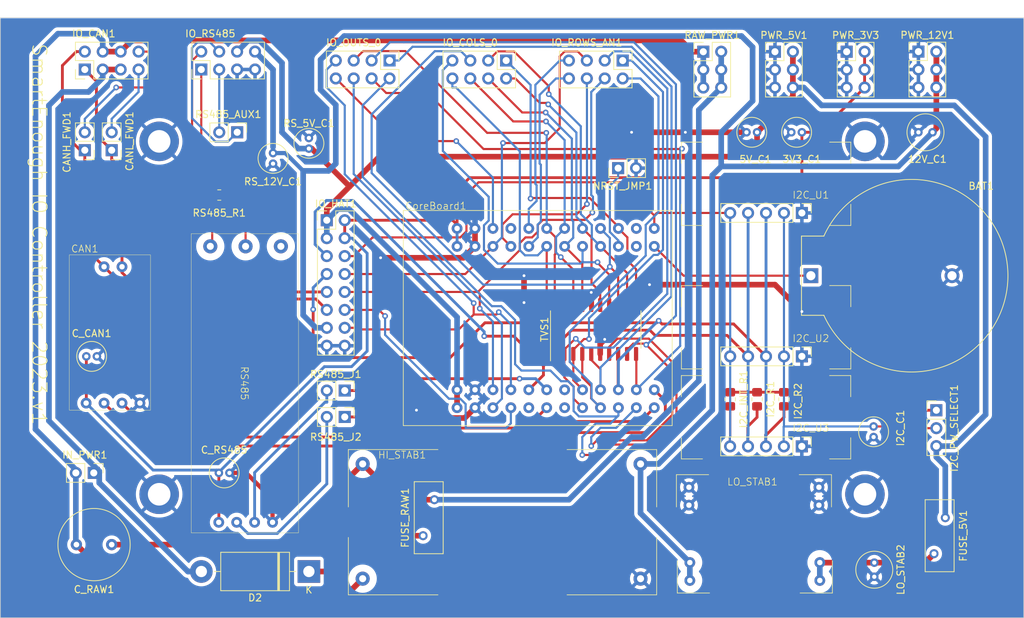
<source format=kicad_pcb>
(kicad_pcb (version 20221018) (generator pcbnew)
  (title_block (title "ChannelWood Controller"))
  (layers (0 "F.Cu" signal) (31 "B.Cu" signal) (34 "B.Paste" user) (35 "F.Paste" user) (36 "B.SilkS" user "B.Silkscreen") (37 "F.SilkS" user "F.Silkscreen") (38 "B.Mask" user) (39 "F.Mask" user) (44 "Edge.Cuts" user))
  (net 0 "")
  (net 1 "+5V")
  (net 2 "GND")
  (net 3 "+3V3")
  (net 6 "/FT_6_SPI2_MOSI")
  (net 7 "/IO_FT_7")
  (net 8 "Net-(I2C_PW_SELECT1-Pin_2)")
  (net 9 "/IO_FT_5")
  (net 10 "/IO_FT_4")
  (net 11 "/IO_FT_3")
  (net 12 "/IO_INT")
  (net 15 "Net-(D2-K)")
  (net 18 "/IN_POWER")
  (net 19 "+12V")
  (net 20 "/485_TX_FT")
  (net 21 "/485_RX_FT")
  (net 22 "/CAN_TX")
  (net 23 "/CAN_RX")
  (net 24 "+BATT")
  (net 25 "/CAN_L")
  (net 26 "/CAN_H")
  (net 27 "+36V")
  (net 28 "/I2C3_SCL")
  (net 29 "/I2C3_SDA")
  (net 30 "Net-(RS485_J1-Pin_2)")
  (net 31 "Net-(FUSE_5V1-Pad1)")
  (net 32 "/IO_FT_0")
  (net 33 "/IO_FT_1")
  (net 34 "/IO_FT_2")
  (net 35 "Net-(IO_RS485-Pin_1)")
  (net 36 "Net-(IO_RS485-Pin_2)")
  (net 37 "Net-(RS485_J2-Pin_2)")
  (net 38 "/FT_EXT_ROW_1")
  (net 39 "/FT_EXT_ROW_0")
  (net 40 "/IO_TT_AN_2")
  (net 41 "/IO_TT_AN_1")
  (net 42 "/IO_TT_AN_0")
  (net 43 "/FT_EXT_ROW_2")
  (net 44 "/TT_EXT_COL_7")
  (net 45 "/TT_EXT_COL_6")
  (net 46 "/TT_EXT_COL_5")
  (net 47 "/TT_EXT_COL_4")
  (net 48 "/TT_EXT_COL_3")
  (net 49 "/TT_EXT_COL_2")
  (net 50 "/TT_EXT_COL_1")
  (net 51 "/TT_EXT_COL_0")
  (net 52 "Net-(CoreBoard1-PG10{slash}NRST)")
  (net 53 "/TT_SPI2_MISO")
  (net 54 "/TT_SPI2_SCK")
  (net 55 "/IO_TT_11")
  (net 56 "/IN_GND")
  (net 57 "Net-(IO_RS485-Pin_4)")
  (net 58 "Net-(IO_RS485-Pin_3)")
  (net 59 "Net-(CANH_FWD1-Pin_2)")
  (net 60 "Net-(CANL_FWD1-Pin_2)")
  (footprint "Connector_PinHeader_2.54mm:PinHeader_2x04_P2.54mm_Vertical" (layer "F.Cu") (at 70.5193 21.5326 -90)
    (fp_text reference "IO_OUTS_0")
    (fp_text value "Conn_02x04_Odd_Even" hide)
  )
  (footprint "mod2_footprints:mod_LM2596" (layer "F.Cu") (at 64.6773 76.6606)
    (fp_text reference "HI_STAB1")
    (fp_text value "~")
  )
  (footprint "Capacitor_THT:C_Radial_D4.0mm_H7.0mm_P1.50mm" (layer "F.Cu") (at 139.0993 73.3826 -90)
    (fp_text reference "I2C_C1")
    (fp_text value "33µF 16V")
  )
  (footprint "Connector_PinHeader_2.54mm:PinHeader_2x04_P2.54mm_Vertical" (layer "F.Cu") (at 27.3393 22.8126 90)
    (fp_text reference "IO_CAN1")
    (fp_text value "Conn_02x04_Odd_Even" hide)
  )
  (footprint "mod2_footprints:mod_tja1050_can" (layer "F.Cu") (at 31.1493 60.0726 -90)
    (fp_text reference "CAN1")
    (fp_text value "~")
  )
  (footprint "Connector_PinHeader_2.54mm:PinHeader_1x03_P2.54mm_Vertical" (layer "F.Cu") (at 147.9893 71.0876)
    (fp_text reference "I2C_PW_SELECT1")
    (fp_text value "Conn_01x03" hide)
  )
  (footprint "MountingHole:MountingHole_3.2mm_M3_DIN965_Pad" (layer "F.Cu") (at 137.874 82.99)
    (fp_text reference "MHOLE_RB" hide)
    (fp_text value "MountingHole_3.2mm_M3_DIN965_Pad" hide)
  )
  (footprint "Capacitor_THT:C_Radial_D4.0mm_H7.0mm_P1.50mm" (layer "F.Cu") (at 27.5556 63.4526)
    (fp_text reference "C_CAN1")
    (fp_text value "33µF 16V")
  )
  (footprint "mod2_footprints:mod_pcf8575_16bit_vertical" (layer "F.Cu") (at 132.7918 43.0801 -90)
    (fp_text reference "I2C_U1")
    (fp_text value "~")
  )
  (footprint "mod2_footprints:mod_pcf8575_16bit_vertical" (layer "F.Cu") (at 132.781843 76.1526 -90)
    (fp_text reference "I2C_U3")
    (fp_text value "~")
  )
  (footprint "Capacitor_THT:C_Radial_D10.0mm_H12.5mm_P5.00mm" (layer "F.Cu") (at 31.1493 90.1226 180)
    (fp_text reference "C_RAW1")
    (fp_text value "100µF 50V LowESR")
  )
  (footprint "MountingHole:MountingHole_3.2mm_M3_DIN965_Pad" (layer "F.Cu") (at 37.874 32.99)
    (fp_text reference "MHOLE_TL" hide)
    (fp_text value "MountingHole_3.2mm_M3_DIN965_Pad" hide)
  )
  (footprint "Capacitor_THT:C_Radial_D4.0mm_H7.0mm_P1.50mm" (layer "F.Cu") (at 54.009343 34.647569 -90)
    (fp_text reference "RS_12V_C1")
    (fp_text value "33µF 25V")
  )
  (footprint "Connector_PinHeader_2.54mm:PinHeader_2x03_P2.54mm_Vertical" (layer "F.Cu") (at 145.4493 20.2726)
    (fp_text reference "PWR_12V1")
    (fp_text value "Conn_02x03_Odd_Even" hide)
  )
  (footprint "Diode_THT:D_DO-201AD_P15.24mm_Horizontal" (layer "F.Cu") (at 59.0893 93.9326 180)
    (fp_text reference "D2")
    (fp_text value "1N5822")
  )
  (footprint "Capacitor_THT:C_Radial_D5.0mm_H7.0mm_P2.00mm" (layer "F.Cu") (at 147.4493 31.7026 180)
    (fp_text reference "12V_C1")
    (fp_text value "33µF 50V")
  )
  (footprint "Resistor_SMD:R_0805_2012Metric_Pad1.20x1.40mm_HandSolder" (layer "F.Cu") (at 126.3993 69.532569 90)
    (fp_text reference "I2C_R2")
    (fp_text value "4.7k")
  )
  (footprint "Capacitor_THT:C_Radial_D4.0mm_H7.0mm_P1.50mm" (layer "F.Cu") (at 59.0893 34.0126 90)
    (fp_text reference "RS_5V_C1")
    (fp_text value "33µF 16V")
  )
  (footprint "Resistor_SMD:R_0805_2012Metric_Pad1.20x1.40mm_HandSolder" (layer "F.Cu") (at 122.5893 69.532569 90)
    (fp_text reference "I2C_R1")
    (fp_text value "4.7k")
  )
  (footprint "Connector_PinHeader_2.54mm:PinHeader_2x04_P2.54mm_Vertical" (layer "F.Cu") (at 103.5493 21.5376 -90)
    (fp_text reference "IO_ROWS_AN1")
    (fp_text value "Conn_02x04_Odd_Even")
  )
  (footprint "Connector_PinHeader_2.54mm:PinHeader_1x02_P2.54mm_Vertical" (layer "F.Cu") (at 64.1693 72.0353 -90)
    (fp_text reference "RS485_J2")
    (fp_text value "Conn_01x02")
  )
  (footprint "Fuse:Fuse_BelFuse_0ZRE0016FF_L9.9mm_W3.8mm" (layer "F.Cu") (at 75.2693 88.8626 90)
    (fp_text reference "FUSE_RAW1")
    (fp_text value "2A")
  )
  (footprint "mod2_footprints:mod_hw-0519-rs-485" (layer "F.Cu") (at 50.1093 67.2626 -90)
    (fp_text reference "RS485")
    (fp_text value "~")
  )
  (footprint "mod2_footprints:mod_weact_stm32g4" (layer "F.Cu") (at 92.7843 58.0251)
    (fp_text reference "CoreBoard1")
    (fp_text value "STM32G431CBU6")
  )
  (footprint "Connector_PinHeader_2.54mm:PinHeader_2x03_P2.54mm_Vertical" (layer "F.Cu") (at 125.1243 20.2876)
    (fp_text reference "PWR_5V1")
    (fp_text value "Conn_02x03_Odd_Even" hide)
  )
  (footprint "MountingHole:MountingHole_3.2mm_M3_DIN965_Pad" (layer "F.Cu") (at 37.874 82.99)
    (fp_text reference "MHOLE_BL" hide)
    (fp_text value "MountingHole_3.2mm_M3_DIN965_Pad" hide)
  )
  (footprint "Connector_PinHeader_2.54mm:PinHeader_2x03_P2.54mm_Vertical" (layer "F.Cu") (at 135.2843 20.2876)
    (fp_text reference "PWR_3V3")
    (fp_text value "Conn_02x03_Odd_Even" hide)
  )
  (footprint "Capacitor_THT:C_Radial_D4.0mm_H7.0mm_P1.50mm" (layer "F.Cu") (at 46.3354 79.9626)
    (fp_text reference "C_RS485")
    (fp_text value "33µF 16V")
  )
  (footprint "Package_SO:SO-20_5.3x12.6mm_P1.27mm" (layer "F.Cu") (at 99.7293 59.6426 90)
    (fp_text reference "TVS1")
    (fp_text value "~")
  )
  (footprint "Connector_PinHeader_2.54mm:PinHeader_1x02_P2.54mm_Vertical" (layer "F.Cu") (at 102.9043 36.7826 90)
    (fp_text reference "NRST_JMP1")
    (fp_text value "Conn_01x02")
  )
  (footprint "Connector_PinHeader_2.54mm:PinHeader_1x02_P2.54mm_Vertical" (layer "F.Cu") (at 64.1693 68.2953 -90)
    (fp_text reference "RS485_J1")
    (fp_text value "Conn_01x02")
  )
  (footprint "Connector_PinHeader_2.54mm:PinHeader_2x04_P2.54mm_Vertical" (layer "F.Cu") (at 43.8393 22.8076 90)
    (fp_text reference "IO_RS485")
    (fp_text value "Conn_02x04_Odd_Even")
  )
  (footprint "Resistor_SMD:R_0805_2012Metric_Pad1.20x1.40mm_HandSolder" (layer "F.Cu") (at 118.7793 69.532569 90)
    (fp_text reference "I2C_INT_R1")
    (fp_text value "4.7k")
  )
  (footprint "Capacitor_THT:C_Radial_D4.0mm_H7.0mm_P1.50mm" (layer "F.Cu") (at 128.9393 31.7026 180)
    (fp_text reference "3V3_C1")
    (fp_text value "33µF 16V")
  )
  (footprint "Connector_PinHeader_2.54mm:PinHeader_1x02_P2.54mm_Vertical" (layer "F.Cu") (at 28.6093 79.9626 -90)
    (fp_text reference "IN_PWR1")
    (fp_text value "Conn_01x02")
  )
  (footprint "mod2_footprints:mod_pcf8575_16bit_vertical" (layer "F.Cu") (at 132.7918 63.4001 -90)
    (fp_text reference "I2C_U2")
    (fp_text value "~")
  )
  (footprint "Connector_PinHeader_2.54mm:PinHeader_2x03_P2.54mm_Vertical" (layer "F.Cu") (at 114.9693 20.2876)
    (fp_text reference "RAW_PWR1")
    (fp_text value "Conn_02x03_Odd_Even" hide)
  )
  (footprint "Fuse:Fuse_BelFuse_0ZRE0016FF_L9.9mm_W3.8mm" (layer "F.Cu") (at 147.6593 91.4126 90)
    (fp_text reference "FUSE_5V1")
    (fp_text value "2A")
  )
  (footprint "Connector_PinHeader_2.54mm:PinHeader_2x04_P2.54mm_Vertical" (layer "F.Cu") (at 87.0393 21.5376 -90)
    (fp_text reference "IO_COLS_0")
    (fp_text value "Conn_02x04_Odd_Even")
  )
  (footprint "Battery:BatteryHolder_ComfortableElectronic_CH273-2450_1x2450" (layer "F.Cu") (at 130.2093 52.0226)
    (fp_text reference "BAT1")
    (fp_text value "3.3V")
  )
  (footprint "Resistor_SMD:R_0805_2012Metric_Pad1.20x1.40mm_HandSolder" (layer "F.Cu") (at 46.3893 40.5926)
    (fp_text reference "RS485_R1")
    (fp_text value "120")
  )
  (footprint "Capacitor_THT:C_Radial_D5.0mm_H7.0mm_P2.00mm" (layer "F.Cu") (at 139.1961 92.6788 -90)
    (fp_text reference "LO_STAB2")
    (fp_text value "33µF 16V")
  )
  (footprint "MountingHole:MountingHole_3.2mm_M3_DIN965_Pad" (layer "F.Cu") (at 137.874 32.99)
    (fp_text reference "MHOLE_RT" hide)
    (fp_text value "MountingHole_3.2mm_M3_DIN965_Pad" hide)
  )
  (footprint "Capacitor_THT:C_Radial_D4.0mm_H7.0mm_P1.50mm" (layer "F.Cu") (at 122.5893 31.7026 180)
    (fp_text reference "5V_C1")
    (fp_text value "33µF 16V")
  )
  (footprint "Connector_PinHeader_2.54mm:PinHeader_2x08_P2.54mm_Vertical" (layer "F.Cu") (at 61.6243 44.1653)
    (fp_text reference "IO_HAT1")
    (fp_text value "Conn_02x08_Odd_Even")
  )
  (footprint "Connector_PinHeader_2.54mm:PinHeader_1x02_P2.54mm_Vertical" (layer "F.Cu") (at 31.1493 34.2426 180)
    (fp_text reference "CANL_FWD1")
    (fp_text value "Conn_01x02")
  )
  (footprint "Connector_PinHeader_2.54mm:PinHeader_1x02_P2.54mm_Vertical" (layer "F.Cu") (at 48.9293 31.7026 -90)
    (fp_text reference "RS485_AUX1")
    (fp_text value "Conn_01x02")
  )
  (footprint "Connector_PinHeader_2.54mm:PinHeader_1x02_P2.54mm_Vertical" (layer "F.Cu") (at 27.3393 34.2426 180)
    (fp_text reference "CANH_FWD1")
    (fp_text value "Conn_01x02" hide)
  )
  (footprint "mod2_footprints:mod_mp1584_stab" (layer "F.Cu") (at 121.3193 90.1226 180)
    (fp_text reference "LO_STAB1")
    (fp_text value "~")
  )
  (gr_rect locked (start 15.374 15.49) (end 160.374 100.49) (stroke (width 0.1)) (fill none) (layer "Edge.Cuts"))
  (gr_text "SmartEnough IO Controller 2023.v1" (at 19.719343 19.002569 270) (layer "F.SilkS") (effects (font (size 2 2)) (justify left bottom)))
  (segment (start 69.0771 35.1606) (end 121.671312 35.1606) (width 0.8) (layer "F.Cu") (net 1))
  (segment locked (start 127.6643 22.8276) (end 127.6643 25.3676) (width 0.8) (layer "F.Cu") (net 1))
  (segment locked (start 127.6643 20.2876) (end 127.6643 22.8276) (width 0.8) (layer "F.Cu") (net 1))
  (segment (start 127.664 21.0801) (end 127.6643 21.0798) (width 0.8) (layer "F.Cu") (net 1))
  (segment (start 64.8589 39.3788) (end 59.4927 34.0126) (width 0.8) (layer "F.Cu") (net 1))
  (segment (start 122.5893 31.7023) (end 122.5893 31.7026) (width 0.8) (layer "F.Cu") (net 1))
  (segment (start 121.671312 35.1606) (end 122.5893 34.242612) (width 0.8) (layer "F.Cu") (net 1))
  (segment (start 59.4927 34.0126) (end 59.0893 34.0126) (width 0.8) (layer "F.Cu") (net 1))
  (segment (start 122.5893 34.242612) (end 122.5893 31.7026) (width 0.8) (layer "F.Cu") (net 1))
  (segment (start 127.664 24.7454) (end 127.6643 24.7457) (width 0.8) (layer "F.Cu") (net 1))
  (segment (start 61.6243 42.6134) (end 64.8589 39.3788) (width 0.8) (layer "F.Cu") (net 1))
  (segment (start 127.664 22.8632) (end 127.6643 22.8629) (width 0.8) (layer "F.Cu") (net 1))
  (segment locked (start 127.6643 26.627612) (end 127.6643 25.3676) (width 0.8) (layer "F.Cu") (net 1))
  (segment (start 80.0843 70.7251) (end 80.0843 68.1851) (width 0.8) (layer "F.Cu") (net 1))
  (segment (start 64.8589 39.3788) (end 69.0771 35.1606) (width 0.8) (layer "F.Cu") (net 1))
  (segment (start 127.6643 21.0798) (end 127.6643 20.2876) (width 0.8) (layer "F.Cu") (net 1))
  (segment (start 61.6243 44.1653) (end 61.6243 42.6134) (width 0.8) (layer "F.Cu") (net 1))
  (segment (start 127.6643 24.7457) (end 127.6643 25.3676) (width 0.8) (layer "F.Cu") (net 1))
  (segment locked (start 122.589343 31.702569) (end 127.6643 26.627612) (width 0.8) (layer "F.Cu") (net 1))
  (segment (start 127.6643 22.8629) (end 127.6643 22.8276) (width 0.8) (layer "F.Cu") (net 1))
  (segment (start 61.6243 46.7053) (end 61.6243 44.1653) (width 0.8) (layer "B.Cu") (net 1))
  (segment (start 131.741169 27.892569) (end 150.529343 27.892569) (width 0.8) (layer "B.Cu") (net 1))
  (segment (start 61.6243 44.1653) (end 63.2003 42.5893) (width 0.8) (layer "B.Cu") (net 1))
  (segment (start 64.7842 42.5893) (end 80.0843 57.8894) (width 0.8) (layer "B.Cu") (net 1))
  (segment (start 129.2162 25.3676) (end 131.741169 27.892569) (width 0.8) (layer "B.Cu") (net 1))
  (segment (start 147.9893 77.7195) (end 149.2593 78.9895) (width 0.8) (layer "B.Cu") (net 1))
  (segment (start 55.279343 31.702569) (end 57.589374 34.0126) (width 0.8) (layer "B.Cu") (net 1))
  (segment (start 154.974343 32.337569) (end 154.974343 71.707569) (width 0.8) (layer "B.Cu") (net 1))
  (segment (start 150.514312 76.1676) (end 147.9893 76.1676) (width 0.8) (layer "B.Cu") (net 1))
  (segment (start 150.529343 27.892569) (end 154.974343 32.337569) (width 0.8) (layer "B.Cu") (net 1))
  (segment (start 127.6643 25.3676) (end 129.2162 25.3676) (width 0.8) (layer "B.Cu") (net 1))
  (segment (start 63.2003 42.5893) (end 64.7842 42.5893) (width 0.8) (layer "B.Cu") (net 1))
  (segment (start 50.4828 18.7041) (end 48.9193 20.2676) (width 0.8) (layer "B.Cu") (net 1))
  (segment (start 154.974343 71.707569) (end 150.514312 76.1676) (width 0.8) (layer "B.Cu") (net 1))
  (segment (start 147.9893 76.1676) (end 147.9893 77.7195) (width 0.8) (layer "B.Cu") (net 1))
  (segment (start 80.0843 57.8894) (end 80.0843 68.1851) (width 0.8) (layer "B.Cu") (net 1))
  (segment (start 57.589374 34.0126) (end 59.0893 34.0126) (width 0.8) (layer "B.Cu") (net 1))
  (segment (start 55.279343 31.702569) (end 55.279343 21.876243) (width 0.8) (layer "B.Cu") (net 1))
  (segment (start 149.2593 78.9895) (end 149.2593 86.3126) (width 0.8) (layer "B.Cu") (net 1))
  (segment (start 52.1072 18.7041) (end 50.4828 18.7041) (width 0.8) (layer "B.Cu") (net 1))
  (segment (start 55.279343 21.876243) (end 52.1072 18.7041) (width 0.8) (layer "B.Cu") (net 1))
  (segment (start 99.0943 56.1801) (end 99.0943 54.3893) (width 0.8) (layer "F.Cu") (net 2))
  (segment (start 104.809343 31.702569) (end 104.809374 31.7026) (width 0.8) (layer "F.Cu") (net 2))
  (segment (start 112.429374 31.7026) (end 121.0893 31.7026) (width 0.8) (layer "F.Cu") (net 2))
  (segment (start 75.443874 72.1871) (end 74.329343 71.072569) (width 0.8) (layer "F.Cu") (net 2))
  (segment (start 89.569343 55.832569) (end 89.569343 52.022569) (width 0.8) (layer "F.Cu") (net 2))
  (segment (start 69.249343 49.482569) (end 81.006831 49.482569) (width 0.8) (layer "F.Cu") (net 2))
  (segment (start 107.349343 53.292569) (end 125.129343 53.292569) (width 0.8) (layer "F.Cu") (net 2))
  (segment (start 54.009343 83.772569) (end 53.9393 83.842612) (width 0.6) (layer "F.Cu") (net 2))
  (segment (start 100.3643 63.1051) (end 100.3643 61.678843) (width 0.8) (layer "F.Cu") (net 2))
  (segment (start 82.6243 47.8651) (end 82.6243 45.3251) (width 0.8) (layer "F.Cu") (net 2))
  (segment (start 53.9393 83.842612) (end 53.9393 86.9626) (width 0.6) (layer "F.Cu") (net 2))
  (segment (start 81.006831 49.482569) (end 82.6243 47.8651) (width 0.8) (layer "F.Cu") (net 2))
  (segment (start 104.809374 31.7026) (end 112.429312 31.7026) (width 0.8) (layer "F.Cu") (net 2))
  (segment (start 100.3643 61.678843) (end 100.999343 61.0438) (width 0.8) (layer "F.Cu") (net 2))
  (segment (start 125.129343 53.292569) (end 128.939343 57.102569) (width 0.8) (layer "F.Cu") (net 2))
  (segment (start 50.199374 79.9626) (end 54.009343 83.772569) (width 0.6) (layer "F.Cu") (net 2))
  (segment (start 81.1623 72.1871) (end 75.443874 72.1871) (width 0.8) (layer "F.Cu") (net 2))
  (segment (start 112.429343 31.702569) (end 112.429374 31.7026) (width 0.8) (layer "F.Cu") (net 2))
  (segment (start 112.429312 31.7026) (end 112.429343 31.702569) (width 0.8) (layer "F.Cu") (net 2))
  (segment (start 47.8354 79.9626) (end 50.199374 79.9626) (width 0.6) (layer "F.Cu") (net 2))
  (segment (start 82.6243 70.7251) (end 81.1623 72.1871) (width 0.8) (layer "F.Cu") (net 2))
  (via (at 99.0943 54.3893) (size 1) (drill 0.4) (layers "F.Cu" "B.Cu") (net 2))
  (via (at 104.809343 31.702569) (size 0.8) (drill 0.4) (layers "F.Cu" "B.Cu") (net 2))
  (via (at 89.569343 55.832569) (size 0.8) (drill 0.4) (layers "F.Cu" "B.Cu") (net 2))
  (via (at 89.569343 52.022569) (size 0.8) (drill 0.4) (layers "F.Cu" "B.Cu") (net 2))
  (via (at 74.329343 71.072569) (size 0.8) (drill 0.4) (layers "F.Cu" "B.Cu") (net 2))
  (via (at 100.999343 61.0438) (size 1) (drill 0.4) (layers "F.Cu" "B.Cu") (net 2))
  (via (at 112.429343 31.702569) (size 0.8) (drill 0.4) (layers "F.Cu" "B.Cu") (net 2))
  (via (at 107.349343 53.292569) (size 0.8) (drill 0.4) (layers "F.Cu" "B.Cu") (net 2))
  (via (at 128.939343 57.102569) (size 0.8) (drill 0.4) (layers "F.Cu" "B.Cu") (net 2))
  (via (at 69.249343 49.482569) (size 0.8) (drill 0.4) (layers "F.Cu" "B.Cu") (net 2))
  (segment (start 82.6243 45.3251) (end 82.6243 43.767569) (width 0.8) (layer "B.Cu") (net 2))
  (segment (start 122.5893 68.532569) (end 126.3993 68.532569) (width 0.4) (layer "F.Cu") (net 3))
  (segment (start 133.384343 68.532569) (end 126.3993 68.532569) (width 0.4) (layer "F.Cu") (net 3))
  (segment (start 128.304343 39.322569) (end 133.384343 44.402569) (width 0.4) (layer "F.Cu") (net 3))
  (segment (start 80.0843 44.7924) (end 79.4572 44.1653) (width 0.4) (layer "F.Cu") (net 3))
  (segment (start 137.829343 25.372643) (end 137.8243 25.3676) (width 0.4) (layer "F.Cu") (net 3))
  (segment (start 137.824 22.8276) (end 137.8243 22.8276) (width 0.4) (layer "F.Cu") (net 3))
  (segment (start 135.676069 68.532569) (end 138.2311 71.0876) (width 0.4) (layer "F.Cu") (net 3))
  (segment (start 127.669343 68.532569) (end 135.676069 68.532569) (width 0.4) (layer "F.Cu") (net 3))
  (segment (start 64.1643 46.7053) (end 64.1643 44.1653) (width 0.4) (layer "F.Cu") (net 3))
  (segment (start 128.304343 39.322569) (end 128.939 38.687912) (width 0.4) (layer "F.Cu") (net 3))
  (segment (start 138.2311 71.0876) (end 147.9893 71.0876) (width 0.4) (layer "F.Cu") (net 3))
  (segment locked (start 46.335443 79.9626) (end 46.335443 86.9465) (width 0.4) (layer "F.Cu") (net 3))
  (segment (start 79.4572 44.1653) (end 65.5162 44.1653) (width 0.4) (layer "F.Cu") (net 3))
  (segment locked (start 27.5556 63.4526) (end 27.5556 70.0463) (width 0.4) (layer "F.Cu") (net 3))
  (segment locked (start 137.8243 20.2876) (end 137.8243 22.8276) (width 0.4) (layer "F.Cu") (net 3))
  (segment locked (start 128.9393 31.7026) (end 131.4893 31.7026) (width 0.4) (layer "F.Cu") (net 3))
  (segment locked (start 131.4893 31.7026) (end 137.8243 25.3676) (width 0.4) (layer "F.Cu") (net 3))
  (segment (start 128.939 38.687912) (end 128.939 31.7026) (width 0.4) (layer "F.Cu") (net 3))
  (segment (start 118.7793 68.532569) (end 122.5893 68.532569) (width 0.4) (layer "F.Cu") (net 3))
  (segment (start 133.384343 44.402569) (end 133.384343 68.532569) (width 0.4) (layer "F.Cu") (net 3))
  (segment (start 80.0843 45.3251) (end 80.0843 44.7924) (width 0.4) (layer "F.Cu") (net 3))
  (segment (start 127.114374 38.1326) (end 81.869312 38.1326) (width 0.4) (layer "F.Cu") (net 3))
  (segment (start 80.0843 39.917612) (end 80.0843 44.7924) (width 0.4) (layer "F.Cu") (net 3))
  (segment locked (start 27.5556 70.0463) (end 27.5293 70.0726) (width 0.4) (layer "F.Cu") (net 3))
  (segment (start 128.304343 39.322569) (end 127.114374 38.1326) (width 0.4) (layer "F.Cu") (net 3))
  (segment (start 81.869312 38.1326) (end 80.0843 39.917612) (width 0.4) (layer "F.Cu") (net 3))
  (segment (start 64.1643 44.1653) (end 65.5162 44.1653) (width 0.4) (layer "F.Cu") (net 3))
  (segment locked (start 137.8243 25.3676) (end 137.8243 22.8276) (width 0.4) (layer "F.Cu") (net 3))
  (segment (start 67.344343 48.847569) (end 67.344343 62.702113) (width 0.4) (layer "B.Cu") (net 3))
  (segment (start 27.5293 70.0726) (end 37.0195 79.5628) (width 0.4) (layer "B.Cu") (net 3))
  (segment (start 46.0352 79.5628) (end 46.3354 79.863) (width 0.4) (layer "B.Cu") (net 3))
  (segment (start 65.135756 64.9107) (end 61.2877 64.9107) (width 0.4) (layer "B.Cu") (net 3))
  (segment (start 64.1643 46.7053) (end 65.202074 46.7053) (width 0.4) (layer "B.Cu") (net 3))
  (segment (start 67.344343 62.702113) (end 65.135756 64.9107) (width 0.4) (layer "B.Cu") (net 3))
  (segment (start 80.0843 45.3251) (end 80.0843 47.8651) (width 0.4) (layer "B.Cu") (net 3))
  (segment (start 65.202074 46.7053) (end 67.344343 48.847569) (width 0.4) (layer "B.Cu") (net 3))
  (segment (start 61.2877 64.9107) (end 46.3354 79.863) (width 0.4) (layer "B.Cu") (net 3))
  (segment (start 46.3354 79.863) (end 46.3354 79.9626) (width 0.4) (layer "B.Cu") (net 3))
  (segment (start 37.0195 79.5628) (end 46.0352 79.5628) (width 0.4) (layer "B.Cu") (net 3))
  (segment (start 85.651 57.5256) (end 85.9887 57.1879) (width 0.3) (layer "F.Cu") (net 6))
  (segment (start 82.4384 57.5256) (end 85.651 57.5256) (width 0.3) (layer "F.Cu") (net 6))
  (segment (start 82.4382 57.5254) (end 82.4384 57.5256) (width 0.3) (layer "F.Cu") (net 6))
  (segment (start 65.6968 59.6359) (end 65.4662 59.4053) (width 0.3) (layer "F.Cu") (net 6))
  (segment (start 82.4382 57.5254) (end 80.3277 59.6359) (width 0.3) (layer "F.Cu") (net 6))
  (segment (start 64.1643 59.4053) (end 65.4662 59.4053) (width 0.3) (layer "F.Cu") (net 6))
  (segment (start 80.3277 59.6359) (end 65.6968 59.6359) (width 0.3) (layer "F.Cu") (net 6))
  (segment (start 82.4382 55.9143) (end 82.4382 57.5254) (width 0.3) (layer "F.Cu") (net 6))
  (via (at 82.4382 55.9143) (size 0.8) (drill 0.4) (layers "F.Cu" "B.Cu") (net 6))
  (via (at 85.9887 57.1879) (size 0.8) (drill 0.4) (layers "F.Cu" "B.Cu") (net 6))
  (segment (start 87.7043 58.9035) (end 87.7043 68.1851) (width 0.3) (layer "B.Cu") (net 6))
  (segment (start 61.5993 25.322526) (end 61.5993 22.8326) (width 0.3) (layer "B.Cu") (net 6))
  (segment (start 82.4382 55.9143) (end 64.169343 37.645443) (width 0.3) (layer "B.Cu") (net 6))
  (segment (start 85.9887 57.1879) (end 87.7043 58.9035) (width 0.3) (layer "B.Cu") (net 6))
  (segment (start 61.5993 22.8326) (end 62.8993 21.5326) (width 0.3) (layer "B.Cu") (net 6))
  (segment (start 64.169343 37.645443) (end 64.169343 27.892569) (width 0.3) (layer "B.Cu") (net 6))
  (segment (start 64.169343 27.892569) (end 61.5993 25.322526) (width 0.3) (layer "B.Cu") (net 6))
  (segment (start 79.9692 32.9529) (end 71.7796 32.9529) (width 0.3) (layer "F.Cu") (net 7))
  (segment (start 71.7796 32.9529) (end 62.8993 24.0726) (width 0.3) (layer "F.Cu") (net 7))
  (via (at 79.9692 32.9529) (size 0.8) (drill 0.4) (layers "F.Cu" "B.Cu") (net 7))
  (segment (start 85.1643 38.148) (end 79.9692 32.9529) (width 0.3) (layer "B.Cu") (net 7))
  (segment (start 85.1643 45.3251) (end 85.1643 38.148) (width 0.3) (layer "B.Cu") (net 7))
  (segment (start 139.0993 73.3826) (end 146.4424 73.3826) (width 0.3) (layer "F.Cu") (net 8))
  (segment (start 146.4424 73.3826) (end 146.6874 73.6276) (width 0.3) (layer "F.Cu") (net 8))
  (segment (start 147.9893 73.6276) (end 146.6874 73.6276) (width 0.3) (layer "F.Cu") (net 8))
  (segment (start 126.3568 76.2051) (end 126.3568 73.4251) (width 0.3) (layer "B.Cu") (net 8))
  (segment (start 126.3993 43.1326) (end 126.3993 63.4526) (width 0.3) (layer "B.Cu") (net 8))
  (segment (start 126.3993 64.7545) (end 126.3993 73.3826) (width 0.3) (layer "B.Cu") (net 8))
  (segment (start 126.3568 73.4251) (end 126.3993 73.3826) (width 0.3) (layer "B.Cu") (net 8))
  (segment (start 126.3993 63.4526) (end 126.3993 64.7545) (width 0.3) (layer "B.Cu") (net 8))
  (segment (start 126.3993 73.3826) (end 139.0993 73.3826) (width 0.3) (layer "B.Cu") (net 8))
  (segment (start 86.4343 69.4551) (end 85.1643 70.7251) (width 0.3) (layer "B.Cu") (net 9))
  (segment (start 65.4393 25.3745) (end 65.4393 37.6066) (width 0.3) (layer "B.Cu") (net 9))
  (segment (start 86.4343 58.8381) (end 86.4343 69.4551) (width 0.3) (layer "B.Cu") (net 9))
  (segment (start 85.1368 57.3041) (end 85.1368 57.5406) (width 0.3) (layer "B.Cu") (net 9))
  (segment (start 65.4393 37.6066) (end 85.1368 57.3041) (width 0.3) (layer "B.Cu") (net 9))
  (segment (start 85.1368 57.5406) (end 86.4343 58.8381) (width 0.3) (layer "B.Cu") (net 9))
  (segment (start 65.4393 24.0726) (end 65.4393 25.3745) (width 0.3) (layer "B.Cu") (net 9))
  (segment (start 93.9235 56.0893) (end 94.0143 56.1801) (width 0.3) (layer "F.Cu") (net 10))
  (segment (start 93.9235 49.0388) (end 93.9235 56.0893) (width 0.3) (layer "F.Cu") (net 10))
  (segment (start 84.3434 31.781) (end 92.7243 31.781) (width 0.3) (layer "F.Cu") (net 10))
  (segment (start 66.7738 20.1981) (end 72.7605 20.1981) (width 0.3) (layer "F.Cu") (net 10))
  (segment (start 92.7843 45.3251) (end 94.0143 46.5551) (width 0.3) (layer "F.Cu") (net 10))
  (segment (start 94.0143 48.948) (end 93.9235 49.0388) (width 0.3) (layer "F.Cu") (net 10))
  (segment (start 94.0143 46.5551) (end 94.0143 48.948) (width 0.3) (layer "F.Cu") (net 10))
  (segment (start 65.4393 21.5326) (end 66.7738 20.1981) (width 0.3) (layer "F.Cu") (net 10))
  (segment (start 72.7605 20.1981) (end 84.3434 31.781) (width 0.3) (layer "F.Cu") (net 10))
  (via (at 92.7243 31.781) (size 0.8) (drill 0.4) (layers "F.Cu" "B.Cu") (net 10))
  (segment (start 92.7843 31.841) (end 92.7243 31.781) (width 0.3) (layer "B.Cu") (net 10))
  (segment (start 92.7843 45.3251) (end 92.7843 31.841) (width 0.3) (layer "B.Cu") (net 10))
  (segment (start 105.4843 63.1451) (end 105.4843 68.1851) (width 0.3) (layer "F.Cu") (net 11))
  (segment (start 75.8988 26.1379) (end 70.0446 26.1379) (width 0.3) (layer "F.Cu") (net 11))
  (segment (start 105.4443 63.1051) (end 105.4843 63.1451) (width 0.3) (layer "F.Cu") (net 11))
  (segment (start 111.8981 34.0765) (end 83.8374 34.0765) (width 0.3) (layer "F.Cu") (net 11))
  (segment (start 111.9458 34.0288) (end 111.8981 34.0765) (width 0.3) (layer "F.Cu") (net 11))
  (segment (start 83.8374 34.0765) (end 75.8988 26.1379) (width 0.3) (layer "F.Cu") (net 11))
  (segment (start 70.0446 26.1379) (end 67.9793 24.0726) (width 0.3) (layer "F.Cu") (net 11))
  (via (at 111.9458 34.0288) (size 0.8) (drill 0.4) (layers "F.Cu" "B.Cu") (net 11))
  (segment (start 111.6963 61.9731) (end 105.4843 68.1851) (width 0.3) (layer "B.Cu") (net 11))
  (segment (start 111.9458 34.0288) (end 111.6963 34.2783) (width 0.3) (layer "B.Cu") (net 11))
  (segment (start 111.6963 34.2783) (end 111.6963 61.9731) (width 0.3) (layer "B.Cu") (net 11))
  (segment (start 118.7793 43.1326) (end 117.4774 43.1326) (width 0.3) (layer "F.Cu") (net 12))
  (segment (start 108.0243 43.4883) (end 103.3186 38.7826) (width 0.3) (layer "F.Cu") (net 12))
  (segment (start 81.4104 40.496512) (end 81.4104 45.731) (width 0.3) (layer "F.Cu") (net 12))
  (segment (start 65.4662 49.2453) (end 64.1643 49.2453) (width 0.3) (layer "F.Cu") (net 12))
  (segment (start 118.7793 74.8607) (end 118.7368 74.9032) (width 0.3) (layer "F.Cu") (net 12))
  (segment (start 68.1164 46.5951) (end 65.4662 49.2453) (width 0.3) (layer "F.Cu") (net 12))
  (segment (start 103.3186 38.7826) (end 83.124312 38.7826) (width 0.3) (layer "F.Cu") (net 12))
  (segment (start 118.7368 74.9032) (end 118.7368 76.2051) (width 0.3) (layer "F.Cu") (net 12))
  (segment (start 80.5463 46.5951) (end 68.1164 46.5951) (width 0.3) (layer "F.Cu") (net 12))
  (segment (start 108.0243 43.4883) (end 108.38 43.1326) (width 0.3) (layer "F.Cu") (net 12))
  (segment (start 81.4104 45.731) (end 80.5463 46.5951) (width 0.3) (layer "F.Cu") (net 12))
  (segment (start 108.38 43.1326) (end 117.4774 43.1326) (width 0.3) (layer "F.Cu") (net 12))
  (segment (start 83.124312 38.7826) (end 81.4104 40.496512) (width 0.3) (layer "F.Cu") (net 12))
  (segment (start 108.0243 45.3251) (end 108.0243 43.4883) (width 0.3) (layer "F.Cu") (net 12))
  (segment (start 118.7793 70.532569) (end 118.7793 74.8607) (width 0.3) (layer "F.Cu") (net 12))
  (segment (start 118.7368 76.2051) (end 118.7368 74.9032) (width 0.3) (layer "B.Cu") (net 12))
  (segment (start 118.7793 74.8607) (end 118.7368 74.9032) (width 0.3) (layer "B.Cu") (net 12))
  (segment (start 118.7793 43.1326) (end 118.7793 63.4526) (width 0.3) (layer "B.Cu") (net 12))
  (segment (start 118.7793 63.4526) (end 118.7793 74.8607) (width 0.3) (layer "B.Cu") (net 12))
  (segment (start 59.0893 93.9326) (end 61.3912 93.9326) (width 0.8) (layer "F.Cu") (net 15))
  (segment (start 66.4612 88.8626) (end 61.3912 93.9326) (width 0.8) (layer "F.Cu") (net 15))
  (segment (start 75.2693 88.8626) (end 66.4612 88.8626) (width 0.8) (layer "F.Cu") (net 15))
  (segment (start 32.4193 22.8126) (end 29.8793 22.8126) (width 0.8) (layer "F.Cu") (net 18))
  (segment (start 24.164343 25.987569) (end 22.259343 27.892569) (width 0.8) (layer "B.Cu") (net 18))
  (segment (start 28.6093 79.9626) (end 29.3853 79.9626) (width 0.8) (layer "B.Cu") (net 18))
  (segment (start 22.259343 27.892569) (end 22.259343 72.589606) (width 0.8) (layer "B.Cu") (net 18))
  (segment (start 29.8793 23.9726) (end 27.864331 25.987569) (width 0.8) (layer "B.Cu") (net 18))
  (segment (start 41.944374 93.9326) (end 43.8493 93.9326) (width 0.8) (layer "B.Cu") (net 18))
  (segment (start 29.3853 79.715563) (end 29.3853 79.9626) (width 0.8) (layer "B.Cu") (net 18))
  (segment (start 29.3853 81.373526) (end 41.944374 93.9326) (width 0.8) (layer "B.Cu") (net 18))
  (segment (start 22.259343 72.589606) (end 29.3853 79.715563) (width 0.8) (layer "B.Cu") (net 18))
  (segment (start 27.864331 25.987569) (end 24.164343 25.987569) (width 0.8) (layer "B.Cu") (net 18))
  (segment (start 29.8793 22.8126) (end 29.8793 23.9726) (width 0.8) (layer "B.Cu") (net 18))
  (segment (start 29.3853 79.9626) (end 29.3853 81.373526) (width 0.8) (layer "B.Cu") (net 18))
  (segment (start 147.4492 31.7025) (end 147.4492 31.7024) (width 0.8) (layer "F.Cu") (net 19))
  (segment (start 147.989 23.9837) (end 147.9893 23.9834) (width 0.8) (layer "F.Cu") (net 19))
  (segment (start 147.9893 22.1278) (end 147.9893 20.2726) (width 0.8) (layer "F.Cu") (net 19))
  (segment locked (start 147.9893 25.3526) (end 147.9893 31.1626) (width 0.8) (layer "F.Cu") (net 19))
  (segment locked (start 147.9893 20.2726) (end 147.9893 25.3526) (width 0.8) (layer "F.Cu") (net 19))
  (segment (start 147.4493 31.7026) (end 147.4492 31.7025) (width 0.8) (layer "F.Cu") (net 19))
  (segment (start 147.9893 23.9834) (end 147.9893 22.8126) (width 0.8) (layer "F.Cu") (net 19))
  (segment (start 147.9893 25.987526) (end 147.9893 25.3526) (width 0.8) (layer "F.Cu") (net 19))
  (segment locked (start 147.9893 31.1626) (end 147.4493 31.7026) (width 0.8) (layer "F.Cu") (net 19))
  (segment (start 147.989 22.1281) (end 147.9893 22.1278) (width 0.8) (layer "F.Cu") (net 19))
  (segment (start 117.509343 31.702569) (end 117.509343 36.5418) (width 0.8) (layer "B.Cu") (net 19))
  (segment (start 54.0093 33.7826) (end 54.0093 22.8176) (width 0.8) (layer "B.Cu") (net 19))
  (segment (start 116.239343 37.8118) (end 116.239343 71.072569) (width 0.8) (layer "B.Cu") (net 19))
  (segment (start 60.7493 21.4107) (end 64.0892 18.0708) (width 0.8) (layer "B.Cu") (net 19))
  (segment (start 54.009343 34.647569) (end 54.009343 33.782643) (width 0.6) (layer "B.Cu") (net 19))
  (segment (start 64.0892 18.0708) (end 120.387574 18.0708) (width 0.8) (layer "B.Cu") (net 19))
  (segment (start 62.899343 36.147569) (end 62.899343 27.824651) (width 0.8) (layer "B.Cu") (net 19))
  (segment (start 106.0793 85.6776) (end 113.0643 92.6626) (width 0.8) (layer "B.Cu") (net 19))
  (segment (start 54.009343 34.647569) (end 55.752669 34.647569) (width 0.6) (layer "B.Cu") (net 19))
  (segment (start 54.0093 22.8176) (end 51.4593 20.2676) (width 0.8) (layer "B.Cu") (net 19))
  (segment (start 62.899343 27.824651) (end 60.7493 25.674608) (width 0.8) (layer "B.Cu") (net 19))
  (segment (start 60.7493 25.674608) (end 60.7493 21.4107) (width 0.8) (layer "B.Cu") (net 19))
  (segment (start 142.6101 36.5418) (end 123.1748 36.5418) (width 0.8) (layer "B.Cu") (net 19))
  (segment (start 58.2773 37.1722) (end 61.874712 37.1722) (width 0.8) (layer "B.Cu") (net 19))
  (segment (start 117.509343 36.5418) (end 116.239343 37.8118) (width 0.8) (layer "B.Cu") (net 19))
  (segment (start 60.0724 59.4053) (end 58.2773 57.6102) (width 0.8) (layer "B.Cu") (net 19))
  (segment (start 121.954343 27.257569) (end 117.509343 31.702569) (width 0.8) (layer "B.Cu") (net 19))
  (segment (start 61.874712 37.1722) (end 62.899343 36.147569) (width 0.8) (layer "B.Cu") (net 19))
  (segment (start 108.619312 78.6926) (end 106.0793 78.6926) (width 0.8) (layer "B.Cu") (net 19))
  (segment (start 106.0793 78.6926) (end 106.0793 85.6776) (width 0.8) (layer "B.Cu") (net 19))
  (segment (start 121.954343 19.637569) (end 121.954343 27.257569) (width 0.8) (layer "B.Cu") (net 19))
  (segment (start 61.6243 59.4053) (end 60.0724 59.4053) (width 0.8) (layer "B.Cu") (net 19))
  (segment (start 147.4493 31.7026) (end 142.6101 36.5418) (width 0.8) (layer "B.Cu") (net 19))
  (segment (start 58.2773 57.6102) (end 58.2773 37.1722) (width 0.8) (layer "B.Cu") (net 19))
  (segment (start 116.239343 71.072569) (end 108.619312 78.6926) (width 0.8) (layer "B.Cu") (net 19))
  (segment (start 55.752669 34.647569) (end 58.2773 37.1722) (width 0.6) (layer "B.Cu") (net 19))
  (segment (start 123.1748 36.5418) (end 117.509343 36.5418) (width 0.8) (layer "B.Cu") (net 19))
  (segment (start 120.387574 18.0708) (end 121.954343 19.637569) (width 0.8) (layer "B.Cu") (net 19))
  (segment (start 113.0643 95.2026) (end 113.0643 92.6626) (width 0.8) (layer "B.Cu") (net 19))
  (segment (start 54.009343 33.782643) (end 54.0093 33.7826) (width 0.6) (layer "B.Cu") (net 19))
  (segment (start 67.398469 73.612569) (end 65.8212 72.0353) (width 0.4) (layer "F.Cu") (net 20))
  (segment (start 92.7843 70.7251) (end 89.896831 73.612569) (width 0.4) (layer "F.Cu") (net 20))
  (segment (start 65.8212 72.0353) (end 64.1693 72.0353) (width 0.4) (layer "F.Cu") (net 20))
  (segment (start 89.896831 73.612569) (end 67.398469 73.612569) (width 0.4) (layer "F.Cu") (net 20))
  (segment (start 88.9402 66.6131) (end 67.5034 66.6131) (width 0.4) (layer "F.Cu") (net 21))
  (segment (start 64.1693 68.2953) (end 65.8212 68.2953) (width 0.4) (layer "F.Cu") (net 21))
  (segment (start 67.5034 66.6131) (end 65.8212 68.2953) (width 0.4) (layer "F.Cu") (net 21))
  (via (at 88.9402 66.6131) (size 0.8) (drill 0.4) (layers "F.Cu" "B.Cu") (net 21))
  (segment (start 91.2123 66.6131) (end 88.9402 66.6131) (width 0.4) (layer "B.Cu") (net 21))
  (segment (start 92.7843 68.1851) (end 91.2123 66.6131) (width 0.4) (layer "B.Cu") (net 21))
  (segment (start 106.715031 74.247569) (end 97.189343 74.247569) (width 0.4) (layer "F.Cu") (net 22))
  (segment (start 108.0243 68.1851) (end 109.5911 69.7519) (width 0.4) (layer "F.Cu") (net 22))
  (segment (start 36.149269 76.152569) (end 30.0693 70.0726) (width 0.4) (layer "F.Cu") (net 22))
  (segment (start 97.189343 74.247569) (end 95.284343 76.152569) (width 0.4) (layer "F.Cu") (net 22))
  (segment (start 109.5911 71.3715) (end 106.715031 74.247569) (width 0.4) (layer "F.Cu") (net 22))
  (segment (start 109.5911 69.7519) (end 109.5911 71.3715) (width 0.4) (layer "F.Cu") (net 22))
  (segment (start 95.284343 76.152569) (end 36.149269 76.152569) (width 0.4) (layer "F.Cu") (net 22))
  (segment (start 94.649343 74.882569) (end 37.419269 74.882569) (width 0.4) (layer "F.Cu") (net 23))
  (segment (start 37.419269 74.882569) (end 32.6093 70.0726) (width 0.4) (layer "F.Cu") (net 23))
  (segment (start 106.0683 72.6811) (end 96.850812 72.6811) (width 0.4) (layer "F.Cu") (net 23))
  (segment (start 96.850812 72.6811) (end 94.649343 74.882569) (width 0.4) (layer "F.Cu") (net 23))
  (segment (start 108.0243 70.7251) (end 106.0683 72.6811) (width 0.4) (layer "F.Cu") (net 23))
  (segment (start 130.2093 52.0226) (end 112.1818 52.0226) (width 0.3) (layer "F.Cu") (net 24))
  (segment (start 112.1818 52.0226) (end 108.0243 47.8651) (width 0.3) (layer "F.Cu") (net 24))
  (segment (start 32.6093 51.577526) (end 35.358974 54.3272) (width 0.4) (layer "F.Cu") (net 25))
  (segment locked (start 28.9893 32.0826) (end 31.1493 34.2426) (width 0.4) (layer "F.Cu") (net 25))
  (segment (start 59.9724 54.3253) (end 61.6243 54.3253) (width 0.4) (layer "F.Cu") (net 25))
  (segment (start 32.6093 49.9576) (end 32.6093 51.577526) (width 0.4) (layer "F.Cu") (net 25))
  (segment (start 35.358974 54.3272) (end 59.9705 54.3272) (width 0.4) (layer "F.Cu") (net 25))
  (segment (start 59.9705 54.3272) (end 59.9724 54.3253) (width 0.4) (layer "F.Cu") (net 25))
  (segment locked (start 31.1493 35.512526) (end 32.6093 36.972526) (width 0.4) (layer "F.Cu") (net 25))
  (segment locked (start 31.1493 34.2426) (end 31.1493 35.512526) (width 0.4) (layer "F.Cu") (net 25))
  (segment locked (start 28.9893 24.4626) (end 28.9893 32.0826) (width 0.4) (layer "F.Cu") (net 25))
  (segment locked (start 27.3393 22.8126) (end 28.9893 24.4626) (width 0.4) (layer "F.Cu") (net 25))
  (segment locked (start 32.6093 36.972526) (end 32.6093 50.7526) (width 0.4) (layer "F.Cu") (net 25))
  (segment (start 27.3393 34.2426) (end 27.339343 34.242643) (width 0.4) (layer "F.Cu") (net 26))
  (segment (start 27.339343 34.242643) (end 27.339343 48.022643) (width 0.4) (layer "F.Cu") (net 26))
  (segment (start 27.339343 48.022643) (end 30.0693 50.7526) (width 0.4) (layer "F.Cu") (net 26))
  (segment (start 24.164343 31.702606) (end 26.704337 34.2426) (width 0.4) (layer "F.Cu") (net 26))
  (segment (start 30.0693 50.7526) (end 34.6439 55.3272) (width 0.4) (layer "F.Cu") (net 26))
  (segment (start 24.164343 22.245476) (end 24.164343 31.702606) (width 0.4) (layer "F.Cu") (net 26))
  (segment (start 26.704337 34.2426) (end 27.3393 34.2426) (width 0.4) (layer "F.Cu") (net 26))
  (segment (start 34.6439 55.3272) (end 60.0862 55.3272) (width 0.4) (layer "F.Cu") (net 26))
  (segment locked (start 27.3393 20.2726) (end 26.137219 20.2726) (width 0.4) (layer "F.Cu") (net 26))
  (segment (start 26.137219 20.2726) (end 24.164343 22.245476) (width 0.4) (layer "F.Cu") (net 26))
  (segment (start 60.0862 55.3272) (end 61.6243 56.8653) (width 0.4) (layer "F.Cu") (net 26))
  (segment (start 76.8693 83.7626) (end 71.7793 83.7626) (width 0.8) (layer "F.Cu") (net 27))
  (segment (start 31.1493 90.1226) (end 55.2793 90.1226) (width 0.8) (layer "F.Cu") (net 27))
  (segment (start 71.7793 83.7626) (end 66.7093 78.6926) (width 0.8) (layer "F.Cu") (net 27))
  (segment (start 55.2793 90.1226) (end 66.7093 78.6926) (width 0.8) (layer "F.Cu") (net 27))
  (segment (start 106.358676 74.882569) (end 104.809343 74.882569) (width 0.8) (layer "B.Cu") (net 27))
  (segment (start 114.334343 66.906902) (end 106.358676 74.882569) (width 0.8) (layer "B.Cu") (net 27))
  (segment (start 114.334343 28.542557) (end 114.334343 66.906902) (width 0.8) (layer "B.Cu") (net 27))
  (segment (start 117.5093 25.3676) (end 114.334343 28.542557) (width 0.8) (layer "B.Cu") (net 27))
  (segment (start 117.5093 20.2876) (end 117.5093 22.8276) (width 0.8) (layer "B.Cu") (net 27))
  (segment (start 104.809343 74.882569) (end 95.929312 83.7626) (width 0.8) (layer "B.Cu") (net 27))
  (segment (start 117.5093 22.8276) (end 117.5093 25.3676) (width 0.8) (layer "B.Cu") (net 27))
  (segment (start 95.929312 83.7626) (end 76.8693 83.7626) (width 0.8) (layer "B.Cu") (net 27))
  (segment (start 83.9295 60.5909) (end 88.1135 60.5909) (width 0.4) (layer "F.Cu") (net 28))
  (segment (start 118.3446 60.4779) (end 121.3193 63.4526) (width 0.4) (layer "F.Cu") (net 28))
  (segment (start 96.2945 59.7443) (end 107.3963 59.7443) (width 0.4) (layer "F.Cu") (net 28))
  (segment (start 92.321 64.7984) (end 92.321 66.1084) (width 0.4) (layer "F.Cu") (net 28))
  (segment (start 88.1135 60.5909) (end 92.321 64.7984) (width 0.4) (layer "F.Cu") (net 28))
  (segment (start 121.2768 76.2051) (end 121.2768 73.3851) (width 0.4) (layer "F.Cu") (net 28))
  (segment (start 121.2768 73.3851) (end 122.5893 72.0726) (width 0.4) (layer "F.Cu") (net 28))
  (segment (start 108.1299 60.4779) (end 118.3446 60.4779) (width 0.4) (layer "F.Cu") (net 28))
  (segment (start 122.5893 70.532569) (end 122.5893 72.0726) (width 0.4) (layer "F.Cu") (net 28))
  (segment (start 92.321 66.1084) (end 90.2443 68.1851) (width 0.4) (layer "F.Cu") (net 28))
  (segment (start 94.0143 62.0245) (end 96.2945 59.7443) (width 0.4) (layer "F.Cu") (net 28))
  (segment (start 107.3963 59.7443) (end 108.1299 60.4779) (width 0.4) (layer "F.Cu") (net 28))
  (segment (start 94.0143 63.1051) (end 94.0143 62.0245) (width 0.4) (layer "F.Cu") (net 28))
  (segment (start 92.321 64.7984) (end 94.0143 63.1051) (width 0.4) (layer "F.Cu") (net 28))
  (via (at 83.9295 60.5909) (size 0.8) (drill 0.4) (layers "F.Cu" "B.Cu") (net 28))
  (segment (start 83.9295 59.9682) (end 83.9295 60.5909) (width 0.4) (layer "B.Cu") (net 28))
  (segment (start 61.5812 41.3618) (end 65.3231 41.3618) (width 0.4) (layer "B.Cu") (net 28))
  (segment (start 121.3193 63.4526) (end 121.3193 74.5107) (width 0.4) (layer "B.Cu") (net 28))
  (segment (start 121.3193 43.1326) (end 121.3193 63.4526) (width 0.4) (layer "B.Cu") (net 28))
  (segment (start 121.2768 76.2051) (end 121.2768 74.5532) (width 0.4) (layer "B.Cu") (net 28))
  (segment (start 121.3193 74.5107) (end 121.2768 74.5532) (width 0.4) (layer "B.Cu") (net 28))
  (segment (start 59.9724 42.9706) (end 61.5812 41.3618) (width 0.4) (layer "B.Cu") (net 28))
  (segment (start 65.3231 41.3618) (end 83.9295 59.9682) (width 0.4) (layer "B.Cu") (net 28))
  (segment (start 59.9724 47.5934) (end 59.9724 42.9706) (width 0.4) (layer "B.Cu") (net 28))
  (segment (start 61.6243 49.2453) (end 59.9724 47.5934) (width 0.4) (layer "B.Cu") (net 28))
  (segment (start 108.650307 58.403533) (end 109.107574 58.8608) (width 0.4) (layer "F.Cu") (net 29))
  (segment (start 123.8168 74.5532) (end 123.9187 74.5532) (width 0.4) (layer "F.Cu") (net 29))
  (segment (start 60.9426 63.6276) (end 59.6958 62.3808) (width 0.4) (layer "F.Cu") (net 29))
  (segment (start 126.3993 70.532569) (end 126.3993 72.0726) (width 0.4) (layer "F.Cu") (net 29))
  (segment (start 84.0298 58.6948) (end 79.097 63.6276) (width 0.4) (layer "F.Cu") (net 29))
  (segment (start 119.2675 58.8608) (end 123.8593 63.4526) (width 0.4) (layer "F.Cu") (net 29))
  (segment (start 102.9043 68.1451) (end 102.9043 63.1051) (width 0.4) (layer "F.Cu") (net 29))
  (segment (start 109.107574 58.8608) (end 119.2675 58.8608) (width 0.4) (layer "F.Cu") (net 29))
  (segment (start 123.8168 76.2051) (end 123.8168 74.5532) (width 0.4) (layer "F.Cu") (net 29))
  (segment (start 108.650307 58.403533) (end 108.35904 58.6948) (width 0.4) (layer "F.Cu") (net 29))
  (segment (start 79.097 63.6276) (end 60.9426 63.6276) (width 0.4) (layer "F.Cu") (net 29))
  (segment (start 123.9187 74.5532) (end 126.3993 72.0726) (width 0.4) (layer "F.Cu") (net 29))
  (segment (start 108.35904 58.6948) (end 84.0298 58.6948) (width 0.4) (layer "F.Cu") (net 29))
  (segment (start 102.9443 68.1851) (end 102.9043 68.1451) (width 0.4) (layer "F.Cu") (net 29))
  (segment (start 59.6958 62.3808) (end 59.6958 56.8015) (width 0.4) (layer "F.Cu") (net 29))
  (via (at 108.650307 58.403533) (size 0.8) (drill 0.4) (layers "F.Cu" "B.Cu") (net 29))
  (via (at 59.6958 56.8015) (size 0.8) (drill 0.4) (layers "F.Cu" "B.Cu") (net 29))
  (segment (start 61.6243 51.7853) (end 59.6958 53.7138) (width 0.4) (layer "B.Cu") (net 29))
  (segment (start 123.8168 76.2051) (end 123.8168 74.5532) (width 0.4) (layer "B.Cu") (net 29))
  (segment (start 108.573167 58.403533) (end 102.9443 64.0324) (width 0.4) (layer "B.Cu") (net 29))
  (segment (start 123.8593 43.1326) (end 123.8593 63.4526) (width 0.4) (layer "B.Cu") (net 29))
  (segment (start 108.650307 58.403533) (end 108.573167 58.403533) (width 0.4) (layer "B.Cu") (net 29))
  (segment (start 123.8593 63.4526) (end 123.8593 74.5107) (width 0.4) (layer "B.Cu") (net 29))
  (segment (start 123.8593 74.5107) (end 123.8168 74.5532) (width 0.4) (layer "B.Cu") (net 29))
  (segment (start 59.6958 53.7138) (end 59.6958 56.8015) (width 0.4) (layer "B.Cu") (net 29))
  (segment (start 102.9443 64.0324) (end 102.9443 68.1851) (width 0.4) (layer "B.Cu") (net 29))
  (segment (start 51.3993 86.9626) (end 51.3993 79.9205) (width 0.4) (layer "B.Cu") (net 30))
  (segment (start 61.6293 68.2953) (end 61.6293 69.9472) (width 0.4) (layer "B.Cu") (net 30))
  (segment (start 61.3726 69.9472) (end 61.6293 69.9472) (width 0.4) (layer "B.Cu") (net 30))
  (segment (start 51.3993 79.9205) (end 61.3726 69.9472) (width 0.4) (layer "B.Cu") (net 30))
  (segment locked (start 131.4955 92.6788) (end 131.4793 92.6626) (width 0.8) (layer "F.Cu") (net 31))
  (segment locked (start 139.1961 92.6788) (end 131.4955 92.6788) (width 0.8) (layer "F.Cu") (net 31))
  (segment locked (start 146.3931 92.6788) (end 147.6593 91.4126) (width 0.8) (layer "F.Cu") (net 31))
  (segment locked (start 139.1961 92.6788) (end 146.3931 92.6788) (width 0.8) (layer "F.Cu") (net 31))
  (segment (start 147.026 92.0457) (end 147.0262 92.0457) (width 0.8) (layer "F.Cu") (net 31))
  (segment (start 131.4793 92.6626) (end 131.4792 92.6627) (width 0.8) (layer "F.Cu") (net 31))
  (segment (start 147.0262 92.0457) (end 147.6593 91.4126) (width 0.8) (layer "F.Cu") (net 31))
  (segment (start 131.4793 95.2026) (end 131.4793 92.6626) (width 0.8) (layer "B.Cu") (net 31))
  (segment (start 99.0943 63.1051) (end 99.0943 63.9593) (width 0.3) (layer "F.Cu") (net 32))
  (segment (start 99.0943 63.9593) (end 100.4043 65.2693) (width 0.3) (layer "F.Cu") (net 32))
  (segment (start 100.4043 65.2693) (end 100.4043 68.1851) (width 0.3) (layer "F.Cu") (net 32))
  (segment (start 100.4043 65.0239) (end 110.4682 54.96) (width 0.3) (layer "B.Cu") (net 32))
  (segment (start 100.4043 68.1851) (end 100.4043 65.0239) (width 0.3) (layer "B.Cu") (net 32))
  (segment (start 110.4682 25.2364) (end 104.8193 19.5875) (width 0.3) (layer "B.Cu") (net 32))
  (segment (start 110.4682 54.96) (end 110.4682 25.2364) (width 0.3) (layer "B.Cu") (net 32))
  (segment (start 73.7663 19.5875) (end 71.8212 21.5326) (width 0.3) (layer "B.Cu") (net 32))
  (segment (start 70.5193 21.5326) (end 71.8212 21.5326) (width 0.3) (layer "B.Cu") (net 32))
  (segment (start 104.8193 19.5875) (end 73.7663 19.5875) (width 0.3) (layer "B.Cu") (net 32))
  (segment (start 107.2862 75.949) (end 111.1679 72.0673) (width 0.3) (layer "F.Cu") (net 33))
  (segment (start 99.729343 77.422569) (end 101.202912 75.949) (width 0.3) (layer "F.Cu") (net 33))
  (segment (start 111.1679 64.862) (end 107.2466 60.9407) (width 0.3) (layer "F.Cu") (net 33))
  (segment (start 97.824343 77.422569) (end 99.729343 77.422569) (width 0.3) (layer "F.Cu") (net 33))
  (segment (start 107.2466 60.9407) (end 102.8022 60.9407) (width 0.3) (layer "F.Cu") (net 33))
  (segment (start 102.8022 60.9407) (end 101.6343 62.1086) (width 0.3) (layer "F.Cu") (net 33))
  (segment (start 111.1679 72.0673) (end 111.1679 64.862) (width 0.3) (layer "F.Cu") (net 33))
  (segment (start 101.202912 75.949) (end 107.2862 75.949) (width 0.3) (layer "F.Cu") (net 33))
  (segment (start 101.6343 62.1086) (end 101.6343 63.1051) (width 0.3) (layer "F.Cu") (net 33))
  (via (at 97.824343 77.422569) (size 0.8) (drill 0.4) (layers "F.Cu" "B.Cu") (net 33))
  (segment (start 101.800331 72.977569) (end 102.8158 71.9621) (width 0.3) (layer "B.Cu") (net 33))
  (segment (start 88.3043 58.301418) (end 86.340782 56.3379) (width 0.3) (layer "B.Cu") (net 33))
  (segment (start 96.5943 67.741073) (end 95.826327 66.9731) (width 0.3) (layer "B.Cu") (net 33))
  (segment (start 102.8158 71.9621) (end 97.3586 71.9621) (width 0.3) (layer "B.Cu") (net 33))
  (segment (start 97.824343 74.882569) (end 99.729343 72.977569) (width 0.3) (layer "B.Cu") (net 33))
  (segment (start 89.204385 65.4631) (end 88.3043 64.563015) (width 0.3) (layer "B.Cu") (net 33))
  (segment (start 102.8158 71.9621) (end 102.9443 71.8336) (width 0.3) (layer "B.Cu") (net 33))
  (segment (start 86.340782 56.3379) (end 85.019128 56.3379) (width 0.3) (layer "B.Cu") (net 33))
  (segment (start 99.729343 72.977569) (end 101.800331 72.977569) (width 0.3) (layer "B.Cu") (net 33))
  (segment (start 96.5943 71.1978) (end 96.5943 67.741073) (width 0.3) (layer "B.Cu") (net 33))
  (segment (start 88.3043 64.563015) (end 88.3043 58.301418) (width 0.3) (layer "B.Cu") (net 33))
  (segment (start 66.709343 27.882557) (end 70.5193 24.0726) (width 0.3) (layer "B.Cu") (net 33))
  (segment (start 95.826327 66.9731) (end 94.822273 66.9731) (width 0.3) (layer "B.Cu") (net 33))
  (segment (start 97.3586 71.9621) (end 96.5943 71.1978) (width 0.3) (layer "B.Cu") (net 33))
  (segment (start 85.019128 56.3379) (end 66.709343 38.028115) (width 0.3) (layer "B.Cu") (net 33))
  (segment (start 102.9443 71.8336) (end 102.9443 70.7251) (width 0.3) (layer "B.Cu") (net 33))
  (segment (start 97.824343 77.422569) (end 97.824343 74.882569) (width 0.3) (layer "B.Cu") (net 33))
  (segment (start 66.709343 38.028115) (end 66.709343 27.882557) (width 0.3) (layer "B.Cu") (net 33))
  (segment (start 93.312273 65.4631) (end 89.204385 65.4631) (width 0.3) (layer "B.Cu") (net 33))
  (segment (start 94.822273 66.9731) (end 93.312273 65.4631) (width 0.3) (layer "B.Cu") (net 33))
  (segment (start 110.566 71.7462) (end 110.566 65.486) (width 0.3) (layer "F.Cu") (net 34))
  (segment (start 110.566 65.486) (end 106.8812 61.8012) (width 0.3) (layer "F.Cu") (net 34))
  (segment (start 106.7281 61.6481) (end 106.8812 61.8012) (width 0.3) (layer "F.Cu") (net 34))
  (segment (start 99.094343 76.152569) (end 99.897912 75.349) (width 0.3) (layer "F.Cu") (net 34))
  (segment (start 104.1743 62.5189) (end 105.0451 61.6481) (width 0.3) (layer "F.Cu") (net 34))
  (segment (start 99.897912 75.349) (end 106.9632 75.349) (width 0.3) (layer "F.Cu") (net 34))
  (segment (start 106.9632 75.349) (end 110.566 71.7462) (width 0.3) (layer "F.Cu") (net 34))
  (segment (start 105.0451 61.6481) (end 106.7281 61.6481) (width 0.3) (layer "F.Cu") (net 34))
  (segment (start 104.1743 63.1051) (end 104.1743 62.5189) (width 0.3) (layer "F.Cu") (net 34))
  (via (at 99.094343 76.152569) (size 0.8) (drill 0.4) (layers "F.Cu" "B.Cu") (net 34))
  (via (at 106.8812 61.8012) (size 0.8) (drill 0.4) (layers "F.Cu" "B.Cu") (net 34))
  (segment (start 106.8812 61.8011) (end 106.8812 61.8012) (width 0.3) (layer "B.Cu") (net 34))
  (segment (start 99.094343 76.152569) (end 99.094343 74.882569) (width 0.3) (layer "B.Cu") (net 34))
  (segment (start 70.5709 18.9432) (end 70.5869 18.9272) (width 0.3) (layer "B.Cu") (net 34))
  (segment (start 105.1197 18.9287) (end 111.0963 24.9053) (width 0.3) (layer "B.Cu") (net 34))
  (segment (start 67.9793 21.5326) (end 70.5687 18.9432) (width 0.3) (layer "B.Cu") (net 34))
  (segment (start 70.5869 18.9272) (end 72.5327 18.9272) (width 0.3) (layer "B.Cu") (net 34))
  (segment (start 72.5327 18.9272) (end 72.5342 18.9287) (width 0.3) (layer "B.Cu") (net 34))
  (segment (start 111.0963 24.9053) (end 111.0963 57.6786) (width 0.3) (layer "B.Cu") (net 34))
  (segment (start 106.9738 61.8011) (end 106.8812 61.8011) (width 0.3) (layer "B.Cu") (net 34))
  (segment (start 70.5687 18.9432) (end 70.5709 18.9432) (width 0.3) (layer "B.Cu") (net 34))
  (segment (start 100.399343 73.577569) (end 102.631831 73.577569) (width 0.3) (layer "B.Cu") (net 34))
  (segment (start 99.094343 74.882569) (end 100.399343 73.577569) (width 0.3) (layer "B.Cu") (net 34))
  (segment (start 72.5342 18.9287) (end 105.1197 18.9287) (width 0.3) (layer "B.Cu") (net 34))
  (segment (start 102.631831 73.577569) (end 105.4843 70.7251) (width 0.3) (layer "B.Cu") (net 34))
  (segment (start 111.0963 57.6786) (end 106.9738 61.8011) (width 0.3) (layer "B.Cu") (net 34))
  (segment (start 50.119343 43.322643) (end 50.119343 47.8626) (width 0.3) (layer "F.Cu") (net 35))
  (segment locked (start 47.3893 38.439528) (end 47.3893 40.5926) (width 0.3) (layer "F.Cu") (net 35))
  (segment locked (start 43.8393 22.8076) (end 43.8393 34.889528) (width 0.3) (layer "F.Cu") (net 35))
  (segment locked (start 43.8393 34.889528) (end 47.3893 38.439528) (width 0.3) (layer "F.Cu") (net 35))
  (segment (start 47.3893 40.5926) (end 50.119343 43.322643) (width 0.3) (layer "F.Cu") (net 35))
  (segment locked (start 42.5393 37.7426) (end 45.3893 40.5926) (width 0.3) (layer "F.Cu") (net 36))
  (segment locked (start 42.5393 21.5676) (end 42.5393 37.7426) (width 0.3) (layer "F.Cu") (net 36))
  (segment locked (start 45.3893 40.5926) (end 45.3893 47.592643) (width 0.3) (layer "F.Cu") (net 36))
  (segment locked (start 43.8393 20.2676) (end 42.5393 21.5676) (width 0.3) (layer "F.Cu") (net 36))
  (segment (start 48.8593 86.9626) (end 50.4403 88.5436) (width 0.4) (layer "B.Cu") (net 37))
  (segment (start 61.6293 81.52) (end 61.6293 72.0353) (width 0.4) (layer "B.Cu") (net 37))
  (segment (start 50.4403 88.5436) (end 54.6057 88.5436) (width 0.4) (layer "B.Cu") (net 37))
  (segment (start 54.6057 88.5436) (end 61.6293 81.52) (width 0.4) (layer "B.Cu") (net 37))
  (segment (start 99.0782 69.399) (end 100.4043 70.7251) (width 0.3) (layer "F.Cu") (net 38))
  (segment (start 99.0782 67.6822) (end 99.0782 69.399) (width 0.3) (layer "F.Cu") (net 38))
  (segment (start 97.8243 63.1051) (end 97.8243 66.4283) (width 0.3) (layer "F.Cu") (net 38))
  (segment (start 97.8243 66.4283) (end 99.0782 67.6822) (width 0.3) (layer "F.Cu") (net 38))
  (segment (start 96.0467 59.936684) (end 96.0467 64.2455) (width 0.3) (layer "B.Cu") (net 38))
  (segment (start 99.1343 69.4551) (end 100.4043 70.7251) (width 0.3) (layer "B.Cu") (net 38))
  (segment (start 99.1343 67.3331) (end 99.1343 69.4551) (width 0.3) (layer "B.Cu") (net 38))
  (segment (start 106.8123 44.823073) (end 106.8123 49.171084) (width 0.3) (layer "B.Cu") (net 38))
  (segment (start 96.0467 64.2455) (end 99.1343 67.3331) (width 0.3) (layer "B.Cu") (net 38))
  (segment (start 103.5493 24.0776) (end 106.074374 24.0776) (width 0.3) (layer "B.Cu") (net 38))
  (segment (start 108.619343 43.01603) (end 106.8123 44.823073) (width 0.3) (layer "B.Cu") (net 38))
  (segment (start 108.619343 26.622569) (end 108.619343 43.01603) (width 0.3) (layer "B.Cu") (net 38))
  (segment (start 106.8123 49.171084) (end 96.0467 59.936684) (width 0.3) (layer "B.Cu") (net 38))
  (segment (start 106.074374 24.0776) (end 108.619343 26.622569) (width 0.3) (layer "B.Cu") (net 38))
  (segment (start 98.0768 60.993) (end 98.7743 60.993) (width 0.3) (layer "F.Cu") (net 39))
  (segment (start 97.8643 68.1851) (end 97.8643 68.1505) (width 0.3) (layer "F.Cu") (net 39))
  (segment (start 96.5543 63.1051) (end 96.5543 62.5155) (width 0.3) (layer "F.Cu") (net 39))
  (segment (start 96.5543 62.5155) (end 98.0768 60.993) (width 0.3) (layer "F.Cu") (net 39))
  (segment (start 97.8643 68.1505) (end 96.5543 66.8405) (width 0.3) (layer "F.Cu") (net 39))
  (segment (start 96.5543 66.8405) (end 96.5543 63.1051) (width 0.3) (layer "F.Cu") (net 39))
  (via (at 98.7743 60.993) (size 0.8) (drill 0.4) (layers "F.Cu" "B.Cu") (net 39))
  (segment (start 107.93787 49.0771) (end 103.722401 53.292569) (width 0.3) (layer "B.Cu") (net 39))
  (segment (start 109.2588 25.992026) (end 109.2588 48.344627) (width 0.3) (layer "B.Cu") (net 39))
  (segment (start 108.526327 49.0771) (end 107.93787 49.0771) (width 0.3) (layer "B.Cu") (net 39))
  (segment (start 98.7743 58.057612) (end 98.7743 60.993) (width 0.3) (layer "B.Cu") (net 39))
  (segment (start 104.804374 21.5376) (end 109.2588 25.992026) (width 0.3) (layer "B.Cu") (net 39))
  (segment (start 103.722401 53.292569) (end 103.539343 53.292569) (width 0.3) (layer "B.Cu") (net 39))
  (segment (start 103.5493 21.5376) (end 104.804374 21.5376) (width 0.3) (layer "B.Cu") (net 39))
  (segment (start 103.539343 53.292569) (end 98.7743 58.057612) (width 0.3) (layer "B.Cu") (net 39))
  (segment (start 109.2588 48.344627) (end 108.526327 49.0771) (width 0.3) (layer "B.Cu") (net 39))
  (segment (start 86.4897 44.7814) (end 87.9507 43.3204) (width 0.3) (layer "F.Cu") (net 40))
  (segment (start 86.4897 46.6505) (end 86.4897 44.7814) (width 0.3) (layer "F.Cu") (net 40))
  (segment (start 97.0333 43.3204) (end 98.4864 41.8673) (width 0.3) (layer "F.Cu") (net 40))
  (segment (start 87.7043 47.8651) (end 86.4897 46.6505) (width 0.3) (layer "F.Cu") (net 40))
  (segment (start 87.9507 43.3204) (end 97.0333 43.3204) (width 0.3) (layer "F.Cu") (net 40))
  (via (at 98.4864 41.8673) (size 0.8) (drill 0.4) (layers "F.Cu" "B.Cu") (net 40))
  (segment (start 98.4864 25.3966) (end 98.4864 41.8673) (width 0.3) (layer "B.Cu") (net 40))
  (segment (start 98.4693 25.3795) (end 98.4864 25.3966) (width 0.3) (layer "B.Cu") (net 40))
  (segment (start 98.4693 24.0776) (end 98.4693 25.3795) (width 0.3) (layer "B.Cu") (net 40))
  (segment (start 90.2443 42.5486) (end 90.2443 45.3251) (width 0.3) (layer "B.Cu") (net 41))
  (segment (start 91.3529 41.44) (end 90.2443 42.5486) (width 0.3) (layer "B.Cu") (net 41))
  (segment (start 91.1803 24.9847) (end 91.1803 39.0247) (width 0.3) (layer "B.Cu") (net 41))
  (segment (start 91.3529 39.1973) (end 91.3529 41.44) (width 0.3) (layer "B.Cu") (net 41))
  (segment (start 94.6274 21.5376) (end 91.1803 24.9847) (width 0.3) (layer "B.Cu") (net 41))
  (segment (start 95.9293 21.5376) (end 94.6274 21.5376) (width 0.3) (layer "B.Cu") (net 41))
  (segment (start 91.1803 39.0247) (end 91.3529 39.1973) (width 0.3) (layer "B.Cu") (net 41))
  (segment (start 95.9293 24.0776) (end 94.6274 24.0776) (width 0.3) (layer "B.Cu") (net 42))
  (segment (start 94.6274 24.0776) (end 94.1032 24.0776) (width 0.3) (layer "B.Cu") (net 42))
  (segment (start 91.9548 44.3304) (end 91.5144 44.7708) (width 0.3) (layer "B.Cu") (net 42))
  (segment (start 91.9548 36.3036) (end 91.9548 44.3304) (width 0.3) (layer "B.Cu") (net 42))
  (segment (start 91.7822 26.3986) (end 91.7822 36.131) (width 0.3) (layer "B.Cu") (net 42))
  (segment (start 91.7822 36.131) (end 91.9548 36.3036) (width 0.3) (layer "B.Cu") (net 42))
  (segment (start 94.1032 24.0776) (end 91.7822 26.3986) (width 0.3) (layer "B.Cu") (net 42))
  (segment (start 91.5144 44.7708) (end 91.5144 46.595) (width 0.3) (layer "B.Cu") (net 42))
  (segment (start 91.5144 46.595) (end 90.2443 47.8651) (width 0.3) (layer "B.Cu") (net 42))
  (segment (start 95.2843 63.1051) (end 95.2843 66.4218) (width 0.3) (layer "F.Cu") (net 43))
  (segment (start 95.2843 62.4859) (end 95.2843 63.1051) (width 0.3) (layer "F.Cu") (net 43))
  (segment (start 96.8082 60.962) (end 95.2843 62.4859) (width 0.3) (layer "F.Cu") (net 43))
  (segment (start 96.9031 60.962) (end 96.8082 60.962) (width 0.3) (layer "F.Cu") (net 43))
  (segment (start 95.2843 66.4218) (end 96.5943 67.7318) (width 0.3) (layer "F.Cu") (net 43))
  (segment (start 96.5943 67.7318) (end 96.5943 69.4551) (width 0.3) (layer "F.Cu") (net 43))
  (segment (start 96.5943 69.4551) (end 97.8643 70.7251) (width 0.3) (layer "F.Cu") (net 43))
  (via (at 96.9031 60.962) (size 0.8) (drill 0.4) (layers "F.Cu" "B.Cu") (net 43))
  (segment (start 104.5949 20.2357) (end 109.8663 25.5071) (width 0.3) (layer "B.Cu") (net 43))
  (segment (start 102.240512 62.2114) (end 98.1525 62.2114) (width 0.3) (layer "B.Cu") (net 43))
  (segment (start 109.8663 25.5071) (end 109.8663 54.585612) (width 0.3) (layer "B.Cu") (net 43))
  (segment (start 102.3112 20.2357) (end 104.5949 20.2357) (width 0.3) (layer "B.Cu") (net 43))
  (segment (start 101.0093 21.5376) (end 102.3112 20.2357) (width 0.3) (layer "B.Cu") (net 43))
  (segment (start 98.1525 62.2114) (end 96.9031 60.962) (width 0.3) (layer "B.Cu") (net 43))
  (segment (start 109.8663 54.585612) (end 102.240512 62.2114) (width 0.3) (layer "B.Cu") (net 43))
  (segment (start 94.4011 57.6435) (end 93.6291 57.6435) (width 0.3) (layer "F.Cu") (net 44))
  (segment (start 92.7843 56.7987) (end 92.7843 47.8651) (width 0.3) (layer "F.Cu") (net 44))
  (segment (start 95.2843 56.1801) (end 95.2843 56.7603) (width 0.3) (layer "F.Cu") (net 44))
  (segment (start 95.2843 56.7603) (end 94.4011 57.6435) (width 0.3) (layer "F.Cu") (net 44))
  (segment (start 93.6291 57.6435) (end 92.7843 56.7987) (width 0.3) (layer "F.Cu") (net 44))
  (segment (start 88.9743 48.3967) (end 88.9743 34.3974) (width 0.3) (layer "B.Cu") (net 44))
  (segment (start 89.7119 49.1343) (end 88.9743 48.3967) (width 0.3) (layer "B.Cu") (net 44))
  (segment (start 88.9743 34.3974) (end 79.9564 25.3795) (width 0.3) (layer "B.Cu") (net 44))
  (segment (start 92.7843 47.8651) (end 91.5151 49.1343) (width 0.3) (layer "B.Cu") (net 44))
  (segment (start 91.5151 49.1343) (end 89.7119 49.1343) (width 0.3) (layer "B.Cu") (net 44))
  (segment (start 79.4193 24.0776) (end 79.4193 25.3795) (width 0.3) (layer "B.Cu") (net 44))
  (segment (start 79.9564 25.3795) (end 79.4193 25.3795) (width 0.3) (layer "B.Cu") (net 44))
  (segment (start 96.5543 51.1705) (end 94.7754 49.3916) (width 0.3) (layer "F.Cu") (net 45))
  (segment (start 81.9593 24.0776) (end 88.0482 30.1665) (width 0.3) (layer "F.Cu") (net 45))
  (segment (start 88.0482 30.1665) (end 92.6805 30.1665) (width 0.3) (layer "F.Cu") (net 45))
  (segment (start 96.5543 56.1801) (end 96.5543 51.1705) (width 0.3) (layer "F.Cu") (net 45))
  (via (at 92.6805 30.1665) (size 0.8) (drill 0.4) (layers "F.Cu" "B.Cu") (net 45))
  (via (at 94.7754 49.3916) (size 0.8) (drill 0.4) (layers "F.Cu" "B.Cu") (net 45))
  (segment (start 95.3243 32.8103) (end 92.6805 30.1665) (width 0.3) (layer "B.Cu") (net 45))
  (segment (start 94.7754 49.3916) (end 94.1104 48.7266) (width 0.3) (layer "B.Cu") (net 45))
  (segment (start 95.3243 45.3251) (end 95.3243 32.8103) (width 0.3) (layer "B.Cu") (net 45))
  (segment (start 94.1104 46.539) (end 95.3243 45.3251) (width 0.3) (layer "B.Cu") (net 45))
  (segment (start 94.1104 48.7266) (end 94.1104 46.539) (width 0.3) (layer "B.Cu") (net 45))
  (segment (start 84.4993 24.0776) (end 89.3193 28.8976) (width 0.3) (layer "F.Cu") (net 46))
  (segment (start 97.8243 50.3651) (end 95.3243 47.8651) (width 0.3) (layer "F.Cu") (net 46))
  (segment (start 89.3193 28.8976) (end 92.6371 28.8976) (width 0.3) (layer "F.Cu") (net 46))
  (segment (start 97.8243 56.1801) (end 97.8243 50.3651) (width 0.3) (layer "F.Cu") (net 46))
  (via (at 92.6371 28.8976) (size 0.8) (drill 0.4) (layers "F.Cu" "B.Cu") (net 46))
  (segment (start 96.3459 44.1294) (end 96.3459 32.6064) (width 0.3) (layer "B.Cu") (net 46))
  (segment (start 96.5411 46.6483) (end 96.5411 44.3246) (width 0.3) (layer "B.Cu") (net 46))
  (segment (start 96.5411 44.3246) (end 96.3459 44.1294) (width 0.3) (layer "B.Cu") (net 46))
  (segment (start 96.3459 32.6064) (end 92.6371 28.8976) (width 0.3) (layer "B.Cu") (net 46))
  (segment (start 95.3243 47.8651) (end 96.5411 46.6483) (width 0.3) (layer "B.Cu") (net 46))
  (segment (start 91.8047 27.5411) (end 88.3412 24.0776) (width 0.3) (layer "F.Cu") (net 47))
  (segment (start 100.3643 54.3125) (end 99.1343 53.0825) (width 0.3) (layer "F.Cu") (net 47))
  (segment (start 100.3643 56.1801) (end 100.3643 54.3125) (width 0.3) (layer "F.Cu") (net 47))
  (segment (start 92.7894 27.5412) (end 92.7894 27.5411) (width 0.3) (layer "F.Cu") (net 47))
  (segment (start 87.0393 24.0776) (end 88.3412 24.0776) (width 0.3) (layer "F.Cu") (net 47))
  (segment (start 99.1343 46.5951) (end 97.8643 45.3251) (width 0.3) (layer "F.Cu") (net 47))
  (segment (start 92.7894 27.5411) (end 91.8047 27.5411) (width 0.3) (layer "F.Cu") (net 47))
  (segment (start 92.9996 27.7514) (end 92.7894 27.5412) (width 0.3) (layer "F.Cu") (net 47))
  (segment (start 99.1343 53.0825) (end 99.1343 46.5951) (width 0.3) (layer "F.Cu") (net 47))
  (via (at 92.9996 27.7514) (size 0.8) (drill 0.4) (layers "F.Cu" "B.Cu") (net 47))
  (segment (start 92.9996 27.7514) (end 96.9903 31.7421) (width 0.3) (layer "B.Cu") (net 47))
  (segment (start 97.8643 44.5679) (end 97.8643 45.3251) (width 0.3) (layer "B.Cu") (net 47))
  (segment (start 96.9903 31.7421) (end 96.9903 43.6939) (width 0.3) (layer "B.Cu") (net 47))
  (segment (start 96.9903 43.6939) (end 97.8643 44.5679) (width 0.3) (layer "B.Cu") (net 47))
  (segment (start 101.6343 51.858551) (end 101.6343 56.1801) (width 0.3) (layer "F.Cu") (net 48))
  (segment (start 99.9838 50.117569) (end 99.9838 50.208051) (width 0.3) (layer "F.Cu") (net 48))
  (segment (start 99.9838 50.208051) (end 101.6343 51.858551) (width 0.3) (layer "F.Cu") (net 48))
  (via (at 99.9838 50.117569) (size 0.8) (drill 0.4) (layers "F.Cu" "B.Cu") (net 48))
  (segment (start 78.0734 34.3514) (end 84.5643 40.8423) (width 0.3) (layer "B.Cu") (net 48))
  (segment (start 83.8943 44.881073) (end 83.8943 48.3551) (width 0.3) (layer "B.Cu") (net 48))
  (segment (start 85.8454 50.3062) (end 97.5549 50.3062) (width 0.3) (layer "B.Cu") (net 48))
  (segment (start 97.8643 49.9968) (end 97.8643 47.8651) (width 0.3) (layer "B.Cu") (net 48))
  (segment (start 84.5643 44.211073) (end 83.8943 44.881073) (width 0.3) (layer "B.Cu") (net 48))
  (segment (start 84.5643 40.8423) (end 84.5643 44.211073) (width 0.3) (layer "B.Cu") (net 48))
  (segment (start 97.5549 50.3062) (end 97.8643 49.9968) (width 0.3) (layer "B.Cu") (net 48))
  (segment (start 97.985069 50.117569) (end 97.8643 49.9968) (width 0.3) (layer "B.Cu") (net 48))
  (segment (start 99.9838 50.117569) (end 97.985069 50.117569) (width 0.3) (layer "B.Cu") (net 48))
  (segment (start 83.8943 48.3551) (end 85.8454 50.3062) (width 0.3) (layer "B.Cu") (net 48))
  (segment (start 78.0734 22.8835) (end 78.0734 34.3514) (width 0.3) (layer "B.Cu") (net 48))
  (segment (start 79.4193 21.5376) (end 78.0734 22.8835) (width 0.3) (layer "B.Cu") (net 48))
  (segment (start 102.9043 51.926469) (end 102.9043 56.1801) (width 0.3) (layer "F.Cu") (net 49))
  (segment (start 101.7304 50.752569) (end 102.9043 51.926469) (width 0.3) (layer "F.Cu") (net 49))
  (via (at 101.7304 50.752569) (size 0.8) (drill 0.4) (layers "F.Cu" "B.Cu") (net 49))
  (segment (start 80.635 20.2133) (end 81.9593 21.5376) (width 0.3) (layer "B.Cu") (net 49))
  (segment (start 67.979343 29.162569) (end 76.928612 20.2133) (width 0.3) (layer "B.Cu") (net 49))
  (segment (start 67.979343 37.47417) (end 67.979343 29.162569) (width 0.3) (layer "B.Cu") (net 49))
  (segment (start 101.7304 46.6791) (end 100.4043 45.353) (width 0.3) (layer "B.Cu") (net 49))
  (segment (start 100.4043 45.353) (end 100.4043 45.3251) (width 0.3) (layer "B.Cu") (net 49))
  (segment (start 76.928612 20.2133) (end 80.635 20.2133) (width 0.3) (layer "B.Cu") (net 49))
  (segment (start 101.7304 50.752569) (end 99.1904 53.292569) (width 0.3) (layer "B.Cu") (net 49))
  (segment (start 101.7304 50.752569) (end 101.7304 46.6791) (width 0.3) (layer "B.Cu") (net 49))
  (segment (start 83.797742 53.292569) (end 67.979343 37.47417) (width 0.3) (layer "B.Cu") (net 49))
  (segment (start 99.1904 53.292569) (end 83.797742 53.292569) (width 0.3) (layer "B.Cu") (net 49))
  (segment (start 88.1454 20.2357) (end 85.8012 20.2357) (width 0.3) (layer "F.Cu") (net 50))
  (segment (start 93.0758 25.1661) (end 88.1454 20.2357) (width 0.3) (layer "F.Cu") (net 50))
  (segment (start 104.1743 51.6351) (end 104.1743 56.1801) (width 0.3) (layer "F.Cu") (net 50))
  (segment (start 93.0758 26.3097) (end 93.0758 25.1661) (width 0.3) (layer "F.Cu") (net 50))
  (segment (start 100.4043 47.8651) (end 104.1743 51.6351) (width 0.3) (layer "F.Cu") (net 50))
  (segment (start 85.8012 20.2357) (end 84.4993 21.5376) (width 0.3) (layer "F.Cu") (net 50))
  (via (at 93.0758 26.3097) (size 0.8) (drill 0.4) (layers "F.Cu" "B.Cu") (net 50))
  (segment (start 99.1756 44.8392) (end 97.6134 43.277) (width 0.3) (layer "B.Cu") (net 50))
  (segment (start 100.4043 47.8651) (end 99.1756 46.6364) (width 0.3) (layer "B.Cu") (net 50))
  (segment (start 99.1756 46.6364) (end 99.1756 44.8392) (width 0.3) (layer "B.Cu") (net 50))
  (segment (start 97.6134 30.8473) (end 93.0758 26.3097) (width 0.3) (layer "B.Cu") (net 50))
  (segment (start 97.6134 43.277) (end 97.6134 30.8473) (width 0.3) (layer "B.Cu") (net 50))
  (segment (start 90.5739 41.0142) (end 90.501 41.0871) (width 0.3) (layer "F.Cu") (net 51))
  (segment (start 98.8639 41.0142) (end 90.5739 41.0142) (width 0.3) (layer "F.Cu") (net 51))
  (segment (start 102.9443 45.3251) (end 102.9443 45.0946) (width 0.3) (layer "F.Cu") (net 51))
  (segment (start 102.9443 45.0946) (end 98.8639 41.0142) (width 0.3) (layer "F.Cu") (net 51))
  (segment (start 104.2143 49.8682) (end 105.4443 51.0982) (width 0.3) (layer "F.Cu") (net 51))
  (segment (start 102.9443 45.3251) (end 104.2143 46.5951) (width 0.3) (layer "F.Cu") (net 51))
  (segment (start 104.2143 46.5951) (end 104.2143 49.8682) (width 0.3) (layer "F.Cu") (net 51))
  (segment (start 105.4443 51.0982) (end 105.4443 56.1801) (width 0.3) (layer "F.Cu") (net 51))
  (via (at 90.501 41.0871) (size 0.8) (drill 0.4) (layers "F.Cu" "B.Cu") (net 51))
  (segment (start 87.0393 21.5376) (end 90.501 24.9993) (width 0.3) (layer "B.Cu") (net 51))
  (segment (start 90.501 24.9993) (end 90.501 41.0871) (width 0.3) (layer "B.Cu") (net 51))
  (segment (start 102.9443 47.0418) (end 101.7304 45.8279) (width 0.3) (layer "B.Cu") (net 52))
  (segment (start 101.7304 45.8279) (end 101.7304 39.2584) (width 0.3) (layer "B.Cu") (net 52))
  (segment (start 101.7304 39.2584) (end 102.9043 38.0845) (width 0.3) (layer "B.Cu") (net 52))
  (segment (start 102.9043 36.7826) (end 102.9043 38.0845) (width 0.3) (layer "B.Cu") (net 52))
  (segment (start 102.9443 47.8651) (end 102.9443 47.0418) (width 0.3) (layer "B.Cu") (net 52))
  (segment (start 69.012074 56.8653) (end 64.1643 56.8653) (width 0.3) (layer "F.Cu") (net 53))
  (segment (start 69.884343 57.737569) (end 69.012074 56.8653) (width 0.3) (layer "F.Cu") (net 53))
  (via (at 69.884343 57.737569) (size 0.8) (drill 0.4) (layers "F.Cu" "B.Cu") (net 53))
  (segment (start 81.2963 70.2051) (end 81.2963 72.647073) (width 0.3) (layer "B.Cu") (net 53))
  (segment (start 69.884343 57.737569) (end 69.884343 60.406943) (width 0.3) (layer "B.Cu") (net 53))
  (segment (start 78.9325 69.4551) (end 80.5463 69.4551) (width 0.3) (layer "B.Cu") (net 53))
  (segment (start 87.029343 73.612569) (end 87.7043 72.937612) (width 0.3) (layer "B.Cu") (net 53))
  (segment (start 81.314343 73.612569) (end 87.029343 73.612569) (width 0.3) (layer "B.Cu") (net 53))
  (segment (start 81.314343 72.665116) (end 81.314343 73.612569) (width 0.3) (layer "B.Cu") (net 53))
  (segment (start 80.5463 69.4551) (end 81.2963 70.2051) (width 0.3) (layer "B.Cu") (net 53))
  (segment (start 81.2963 72.647073) (end 81.314343 72.665116) (width 0.3) (layer "B.Cu") (net 53))
  (segment (start 87.7043 72.937612) (end 87.7043 70.7251) (width 0.3) (layer "B.Cu") (net 53))
  (segment (start 69.884343 60.406943) (end 78.9325 69.4551) (width 0.3) (layer "B.Cu") (net 53))
  (segment (start 92.2484 44.1112) (end 98.2059 44.1112) (width 0.3) (layer "F.Cu") (net 54))
  (segment (start 83.0376 54.3253) (end 88.9743 48.3886) (width 0.3) (layer "F.Cu") (net 54))
  (segment (start 88.9743 48.3886) (end 88.9743 47.4031) (width 0.3) (layer "F.Cu") (net 54))
  (segment (start 83.2996 54.5873) (end 83.2996 56.6736) (width 0.3) (layer "F.Cu") (net 54))
  (segment (start 83.0376 54.3253) (end 83.2996 54.5873) (width 0.3) (layer "F.Cu") (net 54))
  (segment (start 88.9743 47.4031) (end 89.7823 46.5951) (width 0.3) (layer "F.Cu") (net 54))
  (segment (start 89.7823 46.5951) (end 90.7063 46.5951) (width 0.3) (layer "F.Cu") (net 54))
  (segment (start 98.2059 44.1112) (end 99.2513 43.0658) (width 0.3) (layer "F.Cu") (net 54))
  (segment (start 91.5143 45.7871) (end 91.5143 44.8453) (width 0.3) (layer "F.Cu") (net 54))
  (segment (start 91.5143 44.8453) (end 92.2484 44.1112) (width 0.3) (layer "F.Cu") (net 54))
  (segment (start 90.7063 46.5951) (end 91.5143 45.7871) (width 0.3) (layer "F.Cu") (net 54))
  (segment (start 64.1643 54.3253) (end 83.0376 54.3253) (width 0.3) (layer "F.Cu") (net 54))
  (via (at 83.2996 56.6736) (size 0.8) (drill 0.4) (layers "F.Cu" "B.Cu") (net 54))
  (via (at 99.2513 43.0658) (size 0.8) (drill 0.4) (layers "F.Cu" "B.Cu") (net 54))
  (segment (start 99.094343 25.992557) (end 101.0093 24.0776) (width 0.3) (layer "B.Cu") (net 54))
  (segment (start 99.3364 40.834626) (end 99.094343 40.592569) (width 0.3) (layer "B.Cu") (net 54))
  (segment (start 99.094343 40.592569) (end 99.094343 25.992557) (width 0.3) (layer "B.Cu") (net 54))
  (segment (start 99.2513 43.0658) (end 99.3364 42.9807) (width 0.3) (layer "B.Cu") (net 54))
  (segment (start 99.3364 42.9807) (end 99.3364 40.834626) (width 0.3) (layer "B.Cu") (net 54))
  (segment (start 85.1643 58.5383) (end 83.2996 56.6736) (width 0.3) (layer "B.Cu") (net 54))
  (segment (start 85.1643 68.1851) (end 85.1643 58.5383) (width 0.3) (layer "B.Cu") (net 54))
  (segment (start 94.6274 20.9454) (end 95.3371 20.2357) (width 0.3) (layer "F.Cu") (net 55))
  (segment (start 65.4662 51.7853) (end 81.2441 51.7853) (width 0.3) (layer "F.Cu") (net 55))
  (segment (start 86.5967 33.2246) (end 92.5167 33.2246) (width 0.3) (layer "F.Cu") (net 55))
  (segment (start 64.1643 51.7853) (end 65.4662 51.7853) (width 0.3) (layer "F.Cu") (net 55))
  (segment (start 81.2441 51.7853) (end 85.1643 47.8651) (width 0.3) (layer "F.Cu") (net 55))
  (segment (start 97.1674 20.2357) (end 98.4693 21.5376) (width 0.3) (layer "F.Cu") (net 55))
  (segment (start 95.3371 20.2357) (end 97.1674 20.2357) (width 0.3) (layer "F.Cu") (net 55))
  (segment (start 94.6274 31.1139) (end 94.6274 20.9454) (width 0.3) (layer "F.Cu") (net 55))
  (segment (start 92.5167 33.2246) (end 94.6274 31.1139) (width 0.3) (layer "F.Cu") (net 55))
  (via (at 86.5967 33.2246) (size 0.8) (drill 0.4) (layers "F.Cu" "B.Cu") (net 55))
  (segment (start 86.4343 33.387) (end 86.5967 33.2246) (width 0.3) (layer "B.Cu") (net 55))
  (segment (start 85.1643 47.8651) (end 86.4343 46.5951) (width 0.3) (layer "B.Cu") (net 55))
  (segment (start 86.4343 46.5951) (end 86.4343 33.387) (width 0.3) (layer "B.Cu") (net 55))
  (segment (start 32.4193 20.2726) (end 31.4312 20.2726) (width 0.8) (layer "F.Cu") (net 56))
  (segment (start 63.280331 98.377569) (end 66.7093 94.9486) (width 0.8) (layer "F.Cu") (net 56))
  (segment (start 34.404269 98.377569) (end 63.280331 98.377569) (width 0.8) (layer "F.Cu") (net 56))
  (segment (start 114.9693 20.2876) (end 113.4174 20.2876) (width 0.8) (layer "F.Cu") (net 56))
  (segment (start 34.0045 18.6874) (end 32.4193 20.2726) (width 0.8) (layer "F.Cu") (net 56))
  (segment (start 29.8793 20.2726) (end 31.4312 20.2726) (width 0.8) (layer "F.Cu") (net 56))
  (segment (start 111.8172 18.6874) (end 34.0045 18.6874) (width 0.8) (layer "F.Cu") (net 56))
  (segment (start 26.1493 90.1226) (end 34.404269 98.377569) (width 0.8) (layer "F.Cu") (net 56))
  (segment (start 113.4174 20.2876) (end 111.8172 18.6874) (width 0.8) (layer "F.Cu") (net 56))
  (segment (start 26.0693 90.0426) (end 26.0693 79.9626) (width 0.8) (layer "B.Cu") (net 56))
  (segment (start 29.8793 18.7207) (end 29.8793 20.2726) (width 0.8) (layer "B.Cu") (net 56))
  (segment (start 23.529343 17.732569) (end 28.891169 17.732569) (width 0.8) (layer "B.Cu") (net 56))
  (segment (start 26.0693 79.9626) (end 26.0693 79.504113) (width 0.8) (layer "B.Cu") (net 56))
  (segment (start 114.9693 20.2876) (end 114.9693 22.8276) (width 0.8) (layer "B.Cu") (net 56))
  (segment (start 26.1493 90.1226) (end 26.0693 90.0426) (width 0.8) (layer "B.Cu") (net 56))
  (segment (start 20.354343 73.789156) (end 20.354343 20.907569) (width 0.8) (layer "B.Cu") (net 56))
  (segment (start 26.0693 79.504113) (end 20.354343 73.789156) (width 0.8) (layer "B.Cu") (net 56))
  (segment (start 20.354343 20.907569) (end 23.529343 17.732569) (width 0.8) (layer "B.Cu") (net 56))
  (segment (start 28.891169 17.732569) (end 29.8793 18.7207) (width 0.8) (layer "B.Cu") (net 56))
  (segment (start 114.9693 22.8276) (end 114.9693 25.3676) (width 0.8) (layer "B.Cu") (net 56))
  (segment (start 47.6024 33.0295) (end 45.8515 33.0295) (width 0.3) (layer "B.Cu") (net 57))
  (segment (start 42.527 29.705) (end 42.527 19.7348) (width 0.3) (layer "B.Cu") (net 57))
  (segment (start 42.527 19.7348) (end 43.2967 18.9651) (width 0.3) (layer "B.Cu") (net 57))
  (segment (start 45.8515 33.0295) (end 42.527 29.705) (width 0.3) (layer "B.Cu") (net 57))
  (segment (start 45.0768 18.9651) (end 46.3793 20.2676) (width 0.3) (layer "B.Cu") (net 57))
  (segment (start 48.9293 31.7026) (end 47.6024 33.0295) (width 0.3) (layer "B.Cu") (net 57))
  (segment (start 43.2967 18.9651) (end 45.0768 18.9651) (width 0.3) (layer "B.Cu") (net 57))
  (segment (start 46.3793 22.8076) (end 46.3793 24.1095) (width 0.3) (layer "B.Cu") (net 58))
  (segment (start 46.3893 24.1195) (end 46.3793 24.1095) (width 0.3) (layer "B.Cu") (net 58))
  (segment (start 46.3893 31.7026) (end 46.3893 24.1195) (width 0.3) (layer "B.Cu") (net 58))
  (segment (start 37.499343 24.082569) (end 36.229343 25.352569) (width 0.3) (layer "F.Cu") (net 59))
  (segment (start 34.9593 20.2726) (end 36.229374 20.2726) (width 0.3) (layer "F.Cu") (net 59))
  (segment (start 37.499343 21.542569) (end 37.499343 24.082569) (width 0.3) (layer "F.Cu") (net 59))
  (segment (start 36.229343 25.352569) (end 31.784343 25.352569) (width 0.3) (layer "F.Cu") (net 59))
  (segment (start 36.229374 20.2726) (end 37.499343 21.542569) (width 0.3) (layer "F.Cu") (net 59))
  (via (at 31.784343 25.352569) (size 0.8) (drill 0.4) (layers "F.Cu" "B.Cu") (net 59))
  (segment (start 27.3393 29.797612) (end 31.784343 25.352569) (width 0.3) (layer "B.Cu") (net 59))
  (segment (start 27.3393 31.7026) (end 27.3393 29.797612) (width 0.3) (layer "B.Cu") (net 59))
  (segment (start 31.1493 29.797612) (end 31.1493 31.7026) (width 0.3) (layer "B.Cu") (net 60))
  (segment (start 34.9593 22.8126) (end 34.9593 25.987612) (width 0.3) (layer "B.Cu") (net 60))
  (segment (start 34.9593 25.987612) (end 31.1493 29.797612) (width 0.3) (layer "B.Cu") (net 60))
  (zone locked (net 2) (net_name "GND") (layer "B.Cu") (name "Ground") (connect_pads (clearance 0.5)) (min_thickness 0.25) (fill yes (thermal_gap 0.5) (thermal_bridge_width 0.5))
    (polygon (pts (xy 15.374 15.49) (xy 15.374 100.49) (xy 160.374 100.49) (xy 160.374 15.49)))
  )
)
</source>
